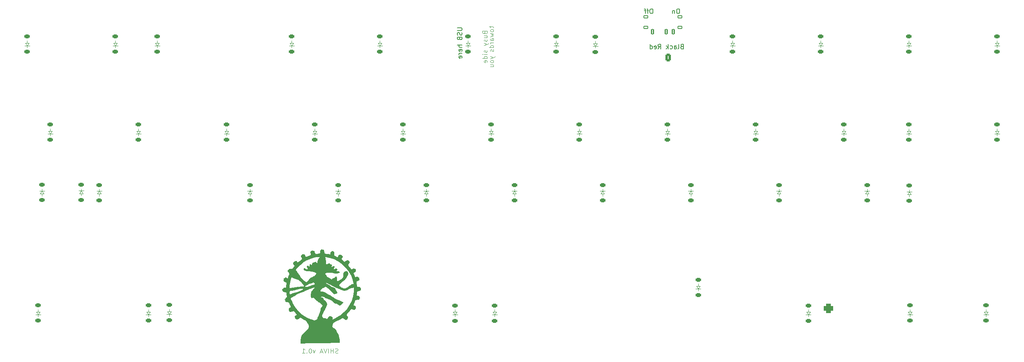
<source format=gbo>
G04 #@! TF.GenerationSoftware,KiCad,Pcbnew,7.0.11-7.0.11~ubuntu22.04.1*
G04 #@! TF.CreationDate,2024-05-14T18:32:02+02:00*
G04 #@! TF.ProjectId,alpha4,616c7068-6134-42e6-9b69-6361645f7063,rev?*
G04 #@! TF.SameCoordinates,Original*
G04 #@! TF.FileFunction,Legend,Bot*
G04 #@! TF.FilePolarity,Positive*
%FSLAX46Y46*%
G04 Gerber Fmt 4.6, Leading zero omitted, Abs format (unit mm)*
G04 Created by KiCad (PCBNEW 7.0.11-7.0.11~ubuntu22.04.1) date 2024-05-14 18:32:02*
%MOMM*%
%LPD*%
G01*
G04 APERTURE LIST*
G04 Aperture macros list*
%AMRoundRect*
0 Rectangle with rounded corners*
0 $1 Rounding radius*
0 $2 $3 $4 $5 $6 $7 $8 $9 X,Y pos of 4 corners*
0 Add a 4 corners polygon primitive as box body*
4,1,4,$2,$3,$4,$5,$6,$7,$8,$9,$2,$3,0*
0 Add four circle primitives for the rounded corners*
1,1,$1+$1,$2,$3*
1,1,$1+$1,$4,$5*
1,1,$1+$1,$6,$7*
1,1,$1+$1,$8,$9*
0 Add four rect primitives between the rounded corners*
20,1,$1+$1,$2,$3,$4,$5,0*
20,1,$1+$1,$4,$5,$6,$7,0*
20,1,$1+$1,$6,$7,$8,$9,0*
20,1,$1+$1,$8,$9,$2,$3,0*%
G04 Aperture macros list end*
%ADD10C,0.150000*%
%ADD11C,0.100000*%
%ADD12C,5.000000*%
%ADD13C,2.500000*%
%ADD14C,2.000000*%
%ADD15RoundRect,0.500000X-0.500000X-0.500000X0.500000X-0.500000X0.500000X0.500000X-0.500000X0.500000X0*%
%ADD16R,1.800000X1.800000*%
%ADD17C,1.800000*%
%ADD18RoundRect,0.225000X0.375000X-0.225000X0.375000X0.225000X-0.375000X0.225000X-0.375000X-0.225000X0*%
%ADD19RoundRect,0.225000X-0.375000X0.225000X-0.375000X-0.225000X0.375000X-0.225000X0.375000X0.225000X0*%
%ADD20O,1.200000X1.750000*%
%ADD21RoundRect,0.250000X0.350000X0.625000X-0.350000X0.625000X-0.350000X-0.625000X0.350000X-0.625000X0*%
%ADD22C,0.850000*%
%ADD23RoundRect,0.090000X-0.210000X-0.535000X0.210000X-0.535000X0.210000X0.535000X-0.210000X0.535000X0*%
%ADD24RoundRect,0.105000X-0.445000X0.245000X-0.445000X-0.245000X0.445000X-0.245000X0.445000X0.245000X0*%
G04 APERTURE END LIST*
D10*
X181039887Y-35026009D02*
X180897030Y-35073628D01*
X180897030Y-35073628D02*
X180849411Y-35121247D01*
X180849411Y-35121247D02*
X180801792Y-35216485D01*
X180801792Y-35216485D02*
X180801792Y-35359342D01*
X180801792Y-35359342D02*
X180849411Y-35454580D01*
X180849411Y-35454580D02*
X180897030Y-35502200D01*
X180897030Y-35502200D02*
X180992268Y-35549819D01*
X180992268Y-35549819D02*
X181373220Y-35549819D01*
X181373220Y-35549819D02*
X181373220Y-34549819D01*
X181373220Y-34549819D02*
X181039887Y-34549819D01*
X181039887Y-34549819D02*
X180944649Y-34597438D01*
X180944649Y-34597438D02*
X180897030Y-34645057D01*
X180897030Y-34645057D02*
X180849411Y-34740295D01*
X180849411Y-34740295D02*
X180849411Y-34835533D01*
X180849411Y-34835533D02*
X180897030Y-34930771D01*
X180897030Y-34930771D02*
X180944649Y-34978390D01*
X180944649Y-34978390D02*
X181039887Y-35026009D01*
X181039887Y-35026009D02*
X181373220Y-35026009D01*
X180230363Y-35549819D02*
X180325601Y-35502200D01*
X180325601Y-35502200D02*
X180373220Y-35406961D01*
X180373220Y-35406961D02*
X180373220Y-34549819D01*
X179420839Y-35549819D02*
X179420839Y-35026009D01*
X179420839Y-35026009D02*
X179468458Y-34930771D01*
X179468458Y-34930771D02*
X179563696Y-34883152D01*
X179563696Y-34883152D02*
X179754172Y-34883152D01*
X179754172Y-34883152D02*
X179849410Y-34930771D01*
X179420839Y-35502200D02*
X179516077Y-35549819D01*
X179516077Y-35549819D02*
X179754172Y-35549819D01*
X179754172Y-35549819D02*
X179849410Y-35502200D01*
X179849410Y-35502200D02*
X179897029Y-35406961D01*
X179897029Y-35406961D02*
X179897029Y-35311723D01*
X179897029Y-35311723D02*
X179849410Y-35216485D01*
X179849410Y-35216485D02*
X179754172Y-35168866D01*
X179754172Y-35168866D02*
X179516077Y-35168866D01*
X179516077Y-35168866D02*
X179420839Y-35121247D01*
X178516077Y-35502200D02*
X178611315Y-35549819D01*
X178611315Y-35549819D02*
X178801791Y-35549819D01*
X178801791Y-35549819D02*
X178897029Y-35502200D01*
X178897029Y-35502200D02*
X178944648Y-35454580D01*
X178944648Y-35454580D02*
X178992267Y-35359342D01*
X178992267Y-35359342D02*
X178992267Y-35073628D01*
X178992267Y-35073628D02*
X178944648Y-34978390D01*
X178944648Y-34978390D02*
X178897029Y-34930771D01*
X178897029Y-34930771D02*
X178801791Y-34883152D01*
X178801791Y-34883152D02*
X178611315Y-34883152D01*
X178611315Y-34883152D02*
X178516077Y-34930771D01*
X178087505Y-35549819D02*
X178087505Y-34549819D01*
X177992267Y-35168866D02*
X177706553Y-35549819D01*
X177706553Y-34883152D02*
X178087505Y-35264104D01*
D11*
X106733734Y-101344800D02*
X106590877Y-101392419D01*
X106590877Y-101392419D02*
X106352782Y-101392419D01*
X106352782Y-101392419D02*
X106257544Y-101344800D01*
X106257544Y-101344800D02*
X106209925Y-101297180D01*
X106209925Y-101297180D02*
X106162306Y-101201942D01*
X106162306Y-101201942D02*
X106162306Y-101106704D01*
X106162306Y-101106704D02*
X106209925Y-101011466D01*
X106209925Y-101011466D02*
X106257544Y-100963847D01*
X106257544Y-100963847D02*
X106352782Y-100916228D01*
X106352782Y-100916228D02*
X106543258Y-100868609D01*
X106543258Y-100868609D02*
X106638496Y-100820990D01*
X106638496Y-100820990D02*
X106686115Y-100773371D01*
X106686115Y-100773371D02*
X106733734Y-100678133D01*
X106733734Y-100678133D02*
X106733734Y-100582895D01*
X106733734Y-100582895D02*
X106686115Y-100487657D01*
X106686115Y-100487657D02*
X106638496Y-100440038D01*
X106638496Y-100440038D02*
X106543258Y-100392419D01*
X106543258Y-100392419D02*
X106305163Y-100392419D01*
X106305163Y-100392419D02*
X106162306Y-100440038D01*
X105733734Y-101392419D02*
X105733734Y-100392419D01*
X105733734Y-100868609D02*
X105162306Y-100868609D01*
X105162306Y-101392419D02*
X105162306Y-100392419D01*
X104686115Y-101392419D02*
X104686115Y-100392419D01*
X104352782Y-100392419D02*
X104019449Y-101392419D01*
X104019449Y-101392419D02*
X103686116Y-100392419D01*
X103400401Y-101106704D02*
X102924211Y-101106704D01*
X103495639Y-101392419D02*
X103162306Y-100392419D01*
X103162306Y-100392419D02*
X102828973Y-101392419D01*
X101828972Y-100725752D02*
X101590877Y-101392419D01*
X101590877Y-101392419D02*
X101352782Y-100725752D01*
X100781353Y-100392419D02*
X100686115Y-100392419D01*
X100686115Y-100392419D02*
X100590877Y-100440038D01*
X100590877Y-100440038D02*
X100543258Y-100487657D01*
X100543258Y-100487657D02*
X100495639Y-100582895D01*
X100495639Y-100582895D02*
X100448020Y-100773371D01*
X100448020Y-100773371D02*
X100448020Y-101011466D01*
X100448020Y-101011466D02*
X100495639Y-101201942D01*
X100495639Y-101201942D02*
X100543258Y-101297180D01*
X100543258Y-101297180D02*
X100590877Y-101344800D01*
X100590877Y-101344800D02*
X100686115Y-101392419D01*
X100686115Y-101392419D02*
X100781353Y-101392419D01*
X100781353Y-101392419D02*
X100876591Y-101344800D01*
X100876591Y-101344800D02*
X100924210Y-101297180D01*
X100924210Y-101297180D02*
X100971829Y-101201942D01*
X100971829Y-101201942D02*
X101019448Y-101011466D01*
X101019448Y-101011466D02*
X101019448Y-100773371D01*
X101019448Y-100773371D02*
X100971829Y-100582895D01*
X100971829Y-100582895D02*
X100924210Y-100487657D01*
X100924210Y-100487657D02*
X100876591Y-100440038D01*
X100876591Y-100440038D02*
X100781353Y-100392419D01*
X100019448Y-101297180D02*
X99971829Y-101344800D01*
X99971829Y-101344800D02*
X100019448Y-101392419D01*
X100019448Y-101392419D02*
X100067067Y-101344800D01*
X100067067Y-101344800D02*
X100019448Y-101297180D01*
X100019448Y-101297180D02*
X100019448Y-101392419D01*
X99019449Y-101392419D02*
X99590877Y-101392419D01*
X99305163Y-101392419D02*
X99305163Y-100392419D01*
X99305163Y-100392419D02*
X99400401Y-100535276D01*
X99400401Y-100535276D02*
X99495639Y-100630514D01*
X99495639Y-100630514D02*
X99590877Y-100678133D01*
D10*
X175911792Y-35559819D02*
X176245125Y-35083628D01*
X176483220Y-35559819D02*
X176483220Y-34559819D01*
X176483220Y-34559819D02*
X176102268Y-34559819D01*
X176102268Y-34559819D02*
X176007030Y-34607438D01*
X176007030Y-34607438D02*
X175959411Y-34655057D01*
X175959411Y-34655057D02*
X175911792Y-34750295D01*
X175911792Y-34750295D02*
X175911792Y-34893152D01*
X175911792Y-34893152D02*
X175959411Y-34988390D01*
X175959411Y-34988390D02*
X176007030Y-35036009D01*
X176007030Y-35036009D02*
X176102268Y-35083628D01*
X176102268Y-35083628D02*
X176483220Y-35083628D01*
X175102268Y-35512200D02*
X175197506Y-35559819D01*
X175197506Y-35559819D02*
X175387982Y-35559819D01*
X175387982Y-35559819D02*
X175483220Y-35512200D01*
X175483220Y-35512200D02*
X175530839Y-35416961D01*
X175530839Y-35416961D02*
X175530839Y-35036009D01*
X175530839Y-35036009D02*
X175483220Y-34940771D01*
X175483220Y-34940771D02*
X175387982Y-34893152D01*
X175387982Y-34893152D02*
X175197506Y-34893152D01*
X175197506Y-34893152D02*
X175102268Y-34940771D01*
X175102268Y-34940771D02*
X175054649Y-35036009D01*
X175054649Y-35036009D02*
X175054649Y-35131247D01*
X175054649Y-35131247D02*
X175530839Y-35226485D01*
X174197506Y-35559819D02*
X174197506Y-34559819D01*
X174197506Y-35512200D02*
X174292744Y-35559819D01*
X174292744Y-35559819D02*
X174483220Y-35559819D01*
X174483220Y-35559819D02*
X174578458Y-35512200D01*
X174578458Y-35512200D02*
X174626077Y-35464580D01*
X174626077Y-35464580D02*
X174673696Y-35369342D01*
X174673696Y-35369342D02*
X174673696Y-35083628D01*
X174673696Y-35083628D02*
X174626077Y-34988390D01*
X174626077Y-34988390D02*
X174578458Y-34940771D01*
X174578458Y-34940771D02*
X174483220Y-34893152D01*
X174483220Y-34893152D02*
X174292744Y-34893152D01*
X174292744Y-34893152D02*
X174197506Y-34940771D01*
X132549819Y-31008095D02*
X133359342Y-31008095D01*
X133359342Y-31008095D02*
X133454580Y-31055714D01*
X133454580Y-31055714D02*
X133502200Y-31103333D01*
X133502200Y-31103333D02*
X133549819Y-31198571D01*
X133549819Y-31198571D02*
X133549819Y-31389047D01*
X133549819Y-31389047D02*
X133502200Y-31484285D01*
X133502200Y-31484285D02*
X133454580Y-31531904D01*
X133454580Y-31531904D02*
X133359342Y-31579523D01*
X133359342Y-31579523D02*
X132549819Y-31579523D01*
X133502200Y-32008095D02*
X133549819Y-32150952D01*
X133549819Y-32150952D02*
X133549819Y-32389047D01*
X133549819Y-32389047D02*
X133502200Y-32484285D01*
X133502200Y-32484285D02*
X133454580Y-32531904D01*
X133454580Y-32531904D02*
X133359342Y-32579523D01*
X133359342Y-32579523D02*
X133264104Y-32579523D01*
X133264104Y-32579523D02*
X133168866Y-32531904D01*
X133168866Y-32531904D02*
X133121247Y-32484285D01*
X133121247Y-32484285D02*
X133073628Y-32389047D01*
X133073628Y-32389047D02*
X133026009Y-32198571D01*
X133026009Y-32198571D02*
X132978390Y-32103333D01*
X132978390Y-32103333D02*
X132930771Y-32055714D01*
X132930771Y-32055714D02*
X132835533Y-32008095D01*
X132835533Y-32008095D02*
X132740295Y-32008095D01*
X132740295Y-32008095D02*
X132645057Y-32055714D01*
X132645057Y-32055714D02*
X132597438Y-32103333D01*
X132597438Y-32103333D02*
X132549819Y-32198571D01*
X132549819Y-32198571D02*
X132549819Y-32436666D01*
X132549819Y-32436666D02*
X132597438Y-32579523D01*
X133026009Y-33341428D02*
X133073628Y-33484285D01*
X133073628Y-33484285D02*
X133121247Y-33531904D01*
X133121247Y-33531904D02*
X133216485Y-33579523D01*
X133216485Y-33579523D02*
X133359342Y-33579523D01*
X133359342Y-33579523D02*
X133454580Y-33531904D01*
X133454580Y-33531904D02*
X133502200Y-33484285D01*
X133502200Y-33484285D02*
X133549819Y-33389047D01*
X133549819Y-33389047D02*
X133549819Y-33008095D01*
X133549819Y-33008095D02*
X132549819Y-33008095D01*
X132549819Y-33008095D02*
X132549819Y-33341428D01*
X132549819Y-33341428D02*
X132597438Y-33436666D01*
X132597438Y-33436666D02*
X132645057Y-33484285D01*
X132645057Y-33484285D02*
X132740295Y-33531904D01*
X132740295Y-33531904D02*
X132835533Y-33531904D01*
X132835533Y-33531904D02*
X132930771Y-33484285D01*
X132930771Y-33484285D02*
X132978390Y-33436666D01*
X132978390Y-33436666D02*
X133026009Y-33341428D01*
X133026009Y-33341428D02*
X133026009Y-33008095D01*
X133549819Y-34770000D02*
X132549819Y-34770000D01*
X133549819Y-35198571D02*
X133026009Y-35198571D01*
X133026009Y-35198571D02*
X132930771Y-35150952D01*
X132930771Y-35150952D02*
X132883152Y-35055714D01*
X132883152Y-35055714D02*
X132883152Y-34912857D01*
X132883152Y-34912857D02*
X132930771Y-34817619D01*
X132930771Y-34817619D02*
X132978390Y-34770000D01*
X133502200Y-36055714D02*
X133549819Y-35960476D01*
X133549819Y-35960476D02*
X133549819Y-35770000D01*
X133549819Y-35770000D02*
X133502200Y-35674762D01*
X133502200Y-35674762D02*
X133406961Y-35627143D01*
X133406961Y-35627143D02*
X133026009Y-35627143D01*
X133026009Y-35627143D02*
X132930771Y-35674762D01*
X132930771Y-35674762D02*
X132883152Y-35770000D01*
X132883152Y-35770000D02*
X132883152Y-35960476D01*
X132883152Y-35960476D02*
X132930771Y-36055714D01*
X132930771Y-36055714D02*
X133026009Y-36103333D01*
X133026009Y-36103333D02*
X133121247Y-36103333D01*
X133121247Y-36103333D02*
X133216485Y-35627143D01*
X133549819Y-36531905D02*
X132883152Y-36531905D01*
X133073628Y-36531905D02*
X132978390Y-36579524D01*
X132978390Y-36579524D02*
X132930771Y-36627143D01*
X132930771Y-36627143D02*
X132883152Y-36722381D01*
X132883152Y-36722381D02*
X132883152Y-36817619D01*
X133502200Y-37531905D02*
X133549819Y-37436667D01*
X133549819Y-37436667D02*
X133549819Y-37246191D01*
X133549819Y-37246191D02*
X133502200Y-37150953D01*
X133502200Y-37150953D02*
X133406961Y-37103334D01*
X133406961Y-37103334D02*
X133026009Y-37103334D01*
X133026009Y-37103334D02*
X132930771Y-37150953D01*
X132930771Y-37150953D02*
X132883152Y-37246191D01*
X132883152Y-37246191D02*
X132883152Y-37436667D01*
X132883152Y-37436667D02*
X132930771Y-37531905D01*
X132930771Y-37531905D02*
X133026009Y-37579524D01*
X133026009Y-37579524D02*
X133121247Y-37579524D01*
X133121247Y-37579524D02*
X133216485Y-37103334D01*
D11*
X139695752Y-30641027D02*
X139695752Y-31021979D01*
X139362419Y-30783884D02*
X140219561Y-30783884D01*
X140219561Y-30783884D02*
X140314800Y-30831503D01*
X140314800Y-30831503D02*
X140362419Y-30926741D01*
X140362419Y-30926741D02*
X140362419Y-31021979D01*
X140362419Y-31498170D02*
X140314800Y-31402932D01*
X140314800Y-31402932D02*
X140267180Y-31355313D01*
X140267180Y-31355313D02*
X140171942Y-31307694D01*
X140171942Y-31307694D02*
X139886228Y-31307694D01*
X139886228Y-31307694D02*
X139790990Y-31355313D01*
X139790990Y-31355313D02*
X139743371Y-31402932D01*
X139743371Y-31402932D02*
X139695752Y-31498170D01*
X139695752Y-31498170D02*
X139695752Y-31641027D01*
X139695752Y-31641027D02*
X139743371Y-31736265D01*
X139743371Y-31736265D02*
X139790990Y-31783884D01*
X139790990Y-31783884D02*
X139886228Y-31831503D01*
X139886228Y-31831503D02*
X140171942Y-31831503D01*
X140171942Y-31831503D02*
X140267180Y-31783884D01*
X140267180Y-31783884D02*
X140314800Y-31736265D01*
X140314800Y-31736265D02*
X140362419Y-31641027D01*
X140362419Y-31641027D02*
X140362419Y-31498170D01*
X139695752Y-32164837D02*
X140362419Y-32355313D01*
X140362419Y-32355313D02*
X139886228Y-32545789D01*
X139886228Y-32545789D02*
X140362419Y-32736265D01*
X140362419Y-32736265D02*
X139695752Y-32926741D01*
X140362419Y-33736265D02*
X139838609Y-33736265D01*
X139838609Y-33736265D02*
X139743371Y-33688646D01*
X139743371Y-33688646D02*
X139695752Y-33593408D01*
X139695752Y-33593408D02*
X139695752Y-33402932D01*
X139695752Y-33402932D02*
X139743371Y-33307694D01*
X140314800Y-33736265D02*
X140362419Y-33641027D01*
X140362419Y-33641027D02*
X140362419Y-33402932D01*
X140362419Y-33402932D02*
X140314800Y-33307694D01*
X140314800Y-33307694D02*
X140219561Y-33260075D01*
X140219561Y-33260075D02*
X140124323Y-33260075D01*
X140124323Y-33260075D02*
X140029085Y-33307694D01*
X140029085Y-33307694D02*
X139981466Y-33402932D01*
X139981466Y-33402932D02*
X139981466Y-33641027D01*
X139981466Y-33641027D02*
X139933847Y-33736265D01*
X140362419Y-34212456D02*
X139695752Y-34212456D01*
X139886228Y-34212456D02*
X139790990Y-34260075D01*
X139790990Y-34260075D02*
X139743371Y-34307694D01*
X139743371Y-34307694D02*
X139695752Y-34402932D01*
X139695752Y-34402932D02*
X139695752Y-34498170D01*
X140362419Y-35260075D02*
X139362419Y-35260075D01*
X140314800Y-35260075D02*
X140362419Y-35164837D01*
X140362419Y-35164837D02*
X140362419Y-34974361D01*
X140362419Y-34974361D02*
X140314800Y-34879123D01*
X140314800Y-34879123D02*
X140267180Y-34831504D01*
X140267180Y-34831504D02*
X140171942Y-34783885D01*
X140171942Y-34783885D02*
X139886228Y-34783885D01*
X139886228Y-34783885D02*
X139790990Y-34831504D01*
X139790990Y-34831504D02*
X139743371Y-34879123D01*
X139743371Y-34879123D02*
X139695752Y-34974361D01*
X139695752Y-34974361D02*
X139695752Y-35164837D01*
X139695752Y-35164837D02*
X139743371Y-35260075D01*
X140314800Y-35688647D02*
X140362419Y-35783885D01*
X140362419Y-35783885D02*
X140362419Y-35974361D01*
X140362419Y-35974361D02*
X140314800Y-36069599D01*
X140314800Y-36069599D02*
X140219561Y-36117218D01*
X140219561Y-36117218D02*
X140171942Y-36117218D01*
X140171942Y-36117218D02*
X140076704Y-36069599D01*
X140076704Y-36069599D02*
X140029085Y-35974361D01*
X140029085Y-35974361D02*
X140029085Y-35831504D01*
X140029085Y-35831504D02*
X139981466Y-35736266D01*
X139981466Y-35736266D02*
X139886228Y-35688647D01*
X139886228Y-35688647D02*
X139838609Y-35688647D01*
X139838609Y-35688647D02*
X139743371Y-35736266D01*
X139743371Y-35736266D02*
X139695752Y-35831504D01*
X139695752Y-35831504D02*
X139695752Y-35974361D01*
X139695752Y-35974361D02*
X139743371Y-36069599D01*
X139695752Y-37212457D02*
X140362419Y-37450552D01*
X139695752Y-37688647D02*
X140362419Y-37450552D01*
X140362419Y-37450552D02*
X140600514Y-37355314D01*
X140600514Y-37355314D02*
X140648133Y-37307695D01*
X140648133Y-37307695D02*
X140695752Y-37212457D01*
X140362419Y-38212457D02*
X140314800Y-38117219D01*
X140314800Y-38117219D02*
X140267180Y-38069600D01*
X140267180Y-38069600D02*
X140171942Y-38021981D01*
X140171942Y-38021981D02*
X139886228Y-38021981D01*
X139886228Y-38021981D02*
X139790990Y-38069600D01*
X139790990Y-38069600D02*
X139743371Y-38117219D01*
X139743371Y-38117219D02*
X139695752Y-38212457D01*
X139695752Y-38212457D02*
X139695752Y-38355314D01*
X139695752Y-38355314D02*
X139743371Y-38450552D01*
X139743371Y-38450552D02*
X139790990Y-38498171D01*
X139790990Y-38498171D02*
X139886228Y-38545790D01*
X139886228Y-38545790D02*
X140171942Y-38545790D01*
X140171942Y-38545790D02*
X140267180Y-38498171D01*
X140267180Y-38498171D02*
X140314800Y-38450552D01*
X140314800Y-38450552D02*
X140362419Y-38355314D01*
X140362419Y-38355314D02*
X140362419Y-38212457D01*
X139695752Y-39402933D02*
X140362419Y-39402933D01*
X139695752Y-38974362D02*
X140219561Y-38974362D01*
X140219561Y-38974362D02*
X140314800Y-39021981D01*
X140314800Y-39021981D02*
X140362419Y-39117219D01*
X140362419Y-39117219D02*
X140362419Y-39260076D01*
X140362419Y-39260076D02*
X140314800Y-39355314D01*
X140314800Y-39355314D02*
X140267180Y-39402933D01*
X138438609Y-32017217D02*
X138486228Y-32160074D01*
X138486228Y-32160074D02*
X138533847Y-32207693D01*
X138533847Y-32207693D02*
X138629085Y-32255312D01*
X138629085Y-32255312D02*
X138771942Y-32255312D01*
X138771942Y-32255312D02*
X138867180Y-32207693D01*
X138867180Y-32207693D02*
X138914800Y-32160074D01*
X138914800Y-32160074D02*
X138962419Y-32064836D01*
X138962419Y-32064836D02*
X138962419Y-31683884D01*
X138962419Y-31683884D02*
X137962419Y-31683884D01*
X137962419Y-31683884D02*
X137962419Y-32017217D01*
X137962419Y-32017217D02*
X138010038Y-32112455D01*
X138010038Y-32112455D02*
X138057657Y-32160074D01*
X138057657Y-32160074D02*
X138152895Y-32207693D01*
X138152895Y-32207693D02*
X138248133Y-32207693D01*
X138248133Y-32207693D02*
X138343371Y-32160074D01*
X138343371Y-32160074D02*
X138390990Y-32112455D01*
X138390990Y-32112455D02*
X138438609Y-32017217D01*
X138438609Y-32017217D02*
X138438609Y-31683884D01*
X138295752Y-33112455D02*
X138962419Y-33112455D01*
X138295752Y-32683884D02*
X138819561Y-32683884D01*
X138819561Y-32683884D02*
X138914800Y-32731503D01*
X138914800Y-32731503D02*
X138962419Y-32826741D01*
X138962419Y-32826741D02*
X138962419Y-32969598D01*
X138962419Y-32969598D02*
X138914800Y-33064836D01*
X138914800Y-33064836D02*
X138867180Y-33112455D01*
X138914800Y-33541027D02*
X138962419Y-33636265D01*
X138962419Y-33636265D02*
X138962419Y-33826741D01*
X138962419Y-33826741D02*
X138914800Y-33921979D01*
X138914800Y-33921979D02*
X138819561Y-33969598D01*
X138819561Y-33969598D02*
X138771942Y-33969598D01*
X138771942Y-33969598D02*
X138676704Y-33921979D01*
X138676704Y-33921979D02*
X138629085Y-33826741D01*
X138629085Y-33826741D02*
X138629085Y-33683884D01*
X138629085Y-33683884D02*
X138581466Y-33588646D01*
X138581466Y-33588646D02*
X138486228Y-33541027D01*
X138486228Y-33541027D02*
X138438609Y-33541027D01*
X138438609Y-33541027D02*
X138343371Y-33588646D01*
X138343371Y-33588646D02*
X138295752Y-33683884D01*
X138295752Y-33683884D02*
X138295752Y-33826741D01*
X138295752Y-33826741D02*
X138343371Y-33921979D01*
X138295752Y-34302932D02*
X138962419Y-34541027D01*
X138295752Y-34779122D02*
X138962419Y-34541027D01*
X138962419Y-34541027D02*
X139200514Y-34445789D01*
X139200514Y-34445789D02*
X139248133Y-34398170D01*
X139248133Y-34398170D02*
X139295752Y-34302932D01*
X138914800Y-35874361D02*
X138962419Y-35969599D01*
X138962419Y-35969599D02*
X138962419Y-36160075D01*
X138962419Y-36160075D02*
X138914800Y-36255313D01*
X138914800Y-36255313D02*
X138819561Y-36302932D01*
X138819561Y-36302932D02*
X138771942Y-36302932D01*
X138771942Y-36302932D02*
X138676704Y-36255313D01*
X138676704Y-36255313D02*
X138629085Y-36160075D01*
X138629085Y-36160075D02*
X138629085Y-36017218D01*
X138629085Y-36017218D02*
X138581466Y-35921980D01*
X138581466Y-35921980D02*
X138486228Y-35874361D01*
X138486228Y-35874361D02*
X138438609Y-35874361D01*
X138438609Y-35874361D02*
X138343371Y-35921980D01*
X138343371Y-35921980D02*
X138295752Y-36017218D01*
X138295752Y-36017218D02*
X138295752Y-36160075D01*
X138295752Y-36160075D02*
X138343371Y-36255313D01*
X138962419Y-36731504D02*
X138295752Y-36731504D01*
X137962419Y-36731504D02*
X138010038Y-36683885D01*
X138010038Y-36683885D02*
X138057657Y-36731504D01*
X138057657Y-36731504D02*
X138010038Y-36779123D01*
X138010038Y-36779123D02*
X137962419Y-36731504D01*
X137962419Y-36731504D02*
X138057657Y-36731504D01*
X138962419Y-37636265D02*
X137962419Y-37636265D01*
X138914800Y-37636265D02*
X138962419Y-37541027D01*
X138962419Y-37541027D02*
X138962419Y-37350551D01*
X138962419Y-37350551D02*
X138914800Y-37255313D01*
X138914800Y-37255313D02*
X138867180Y-37207694D01*
X138867180Y-37207694D02*
X138771942Y-37160075D01*
X138771942Y-37160075D02*
X138486228Y-37160075D01*
X138486228Y-37160075D02*
X138390990Y-37207694D01*
X138390990Y-37207694D02*
X138343371Y-37255313D01*
X138343371Y-37255313D02*
X138295752Y-37350551D01*
X138295752Y-37350551D02*
X138295752Y-37541027D01*
X138295752Y-37541027D02*
X138343371Y-37636265D01*
X138914800Y-38493408D02*
X138962419Y-38398170D01*
X138962419Y-38398170D02*
X138962419Y-38207694D01*
X138962419Y-38207694D02*
X138914800Y-38112456D01*
X138914800Y-38112456D02*
X138819561Y-38064837D01*
X138819561Y-38064837D02*
X138438609Y-38064837D01*
X138438609Y-38064837D02*
X138343371Y-38112456D01*
X138343371Y-38112456D02*
X138295752Y-38207694D01*
X138295752Y-38207694D02*
X138295752Y-38398170D01*
X138295752Y-38398170D02*
X138343371Y-38493408D01*
X138343371Y-38493408D02*
X138438609Y-38541027D01*
X138438609Y-38541027D02*
X138533847Y-38541027D01*
X138533847Y-38541027D02*
X138629085Y-38064837D01*
D10*
X180342744Y-26909819D02*
X180152268Y-26909819D01*
X180152268Y-26909819D02*
X180057030Y-26957438D01*
X180057030Y-26957438D02*
X179961792Y-27052676D01*
X179961792Y-27052676D02*
X179914173Y-27243152D01*
X179914173Y-27243152D02*
X179914173Y-27576485D01*
X179914173Y-27576485D02*
X179961792Y-27766961D01*
X179961792Y-27766961D02*
X180057030Y-27862200D01*
X180057030Y-27862200D02*
X180152268Y-27909819D01*
X180152268Y-27909819D02*
X180342744Y-27909819D01*
X180342744Y-27909819D02*
X180437982Y-27862200D01*
X180437982Y-27862200D02*
X180533220Y-27766961D01*
X180533220Y-27766961D02*
X180580839Y-27576485D01*
X180580839Y-27576485D02*
X180580839Y-27243152D01*
X180580839Y-27243152D02*
X180533220Y-27052676D01*
X180533220Y-27052676D02*
X180437982Y-26957438D01*
X180437982Y-26957438D02*
X180342744Y-26909819D01*
X179485601Y-27243152D02*
X179485601Y-27909819D01*
X179485601Y-27338390D02*
X179437982Y-27290771D01*
X179437982Y-27290771D02*
X179342744Y-27243152D01*
X179342744Y-27243152D02*
X179199887Y-27243152D01*
X179199887Y-27243152D02*
X179104649Y-27290771D01*
X179104649Y-27290771D02*
X179057030Y-27386009D01*
X179057030Y-27386009D02*
X179057030Y-27909819D01*
X174580838Y-26909819D02*
X174390362Y-26909819D01*
X174390362Y-26909819D02*
X174295124Y-26957438D01*
X174295124Y-26957438D02*
X174199886Y-27052676D01*
X174199886Y-27052676D02*
X174152267Y-27243152D01*
X174152267Y-27243152D02*
X174152267Y-27576485D01*
X174152267Y-27576485D02*
X174199886Y-27766961D01*
X174199886Y-27766961D02*
X174295124Y-27862200D01*
X174295124Y-27862200D02*
X174390362Y-27909819D01*
X174390362Y-27909819D02*
X174580838Y-27909819D01*
X174580838Y-27909819D02*
X174676076Y-27862200D01*
X174676076Y-27862200D02*
X174771314Y-27766961D01*
X174771314Y-27766961D02*
X174818933Y-27576485D01*
X174818933Y-27576485D02*
X174818933Y-27243152D01*
X174818933Y-27243152D02*
X174771314Y-27052676D01*
X174771314Y-27052676D02*
X174676076Y-26957438D01*
X174676076Y-26957438D02*
X174580838Y-26909819D01*
X173866552Y-27243152D02*
X173485600Y-27243152D01*
X173723695Y-27909819D02*
X173723695Y-27052676D01*
X173723695Y-27052676D02*
X173676076Y-26957438D01*
X173676076Y-26957438D02*
X173580838Y-26909819D01*
X173580838Y-26909819D02*
X173485600Y-26909819D01*
X173295123Y-27243152D02*
X172914171Y-27243152D01*
X173152266Y-27909819D02*
X173152266Y-27052676D01*
X173152266Y-27052676D02*
X173104647Y-26957438D01*
X173104647Y-26957438D02*
X173009409Y-26909819D01*
X173009409Y-26909819D02*
X172914171Y-26909819D01*
D11*
X63655000Y-54355000D02*
X63655000Y-53955000D01*
X63655000Y-53955000D02*
X63105000Y-53955000D01*
X63655000Y-53955000D02*
X64205000Y-53955000D01*
X63655000Y-53955000D02*
X64055000Y-53355000D01*
X63255000Y-53355000D02*
X63655000Y-53955000D01*
X63655000Y-53355000D02*
X63655000Y-52855000D01*
X64055000Y-53355000D02*
X63255000Y-53355000D01*
X139855000Y-54355000D02*
X139855000Y-53955000D01*
X139855000Y-53955000D02*
X139305000Y-53955000D01*
X139855000Y-53955000D02*
X140405000Y-53955000D01*
X139855000Y-53955000D02*
X140255000Y-53355000D01*
X139455000Y-53355000D02*
X139855000Y-53955000D01*
X139855000Y-53355000D02*
X139855000Y-52855000D01*
X140255000Y-53355000D02*
X139455000Y-53355000D01*
X249155000Y-35305000D02*
X249155000Y-34905000D01*
X249155000Y-34905000D02*
X248605000Y-34905000D01*
X249155000Y-34905000D02*
X249705000Y-34905000D01*
X249155000Y-34905000D02*
X249555000Y-34305000D01*
X248755000Y-34305000D02*
X249155000Y-34905000D01*
X249155000Y-34305000D02*
X249155000Y-33805000D01*
X249555000Y-34305000D02*
X248755000Y-34305000D01*
X163930000Y-65905000D02*
X163930000Y-66305000D01*
X163930000Y-66305000D02*
X164480000Y-66305000D01*
X163930000Y-66305000D02*
X163380000Y-66305000D01*
X163930000Y-66305000D02*
X163530000Y-66905000D01*
X164330000Y-66905000D02*
X163930000Y-66305000D01*
X163930000Y-66905000D02*
X163930000Y-67405000D01*
X163530000Y-66905000D02*
X164330000Y-66905000D01*
X101755000Y-54355000D02*
X101755000Y-53955000D01*
X101755000Y-53955000D02*
X101205000Y-53955000D01*
X101755000Y-53955000D02*
X102305000Y-53955000D01*
X101755000Y-53955000D02*
X102155000Y-53355000D01*
X101355000Y-53355000D02*
X101755000Y-53955000D01*
X101755000Y-53355000D02*
X101755000Y-52855000D01*
X102155000Y-53355000D02*
X101355000Y-53355000D01*
X44605000Y-54355000D02*
X44605000Y-53955000D01*
X44605000Y-53955000D02*
X44055000Y-53955000D01*
X44605000Y-53955000D02*
X45155000Y-53955000D01*
X44605000Y-53955000D02*
X45005000Y-53355000D01*
X44205000Y-53355000D02*
X44605000Y-53955000D01*
X44605000Y-53355000D02*
X44605000Y-52855000D01*
X45005000Y-53355000D02*
X44205000Y-53355000D01*
X208400000Y-93500000D02*
X208400000Y-93100000D01*
X208400000Y-93100000D02*
X207850000Y-93100000D01*
X208400000Y-93100000D02*
X208950000Y-93100000D01*
X208400000Y-93100000D02*
X208800000Y-92500000D01*
X208000000Y-92500000D02*
X208400000Y-93100000D01*
X208400000Y-92500000D02*
X208400000Y-92000000D01*
X208800000Y-92500000D02*
X208000000Y-92500000D01*
X184570000Y-87890000D02*
X184570000Y-87490000D01*
X184570000Y-87490000D02*
X184020000Y-87490000D01*
X184570000Y-87490000D02*
X185120000Y-87490000D01*
X184570000Y-87490000D02*
X184970000Y-86890000D01*
X184170000Y-86890000D02*
X184570000Y-87490000D01*
X184570000Y-86890000D02*
X184570000Y-86390000D01*
X184970000Y-86890000D02*
X184170000Y-86890000D01*
X58655000Y-35305000D02*
X58655000Y-34905000D01*
X58655000Y-34905000D02*
X58105000Y-34905000D01*
X58655000Y-34905000D02*
X59205000Y-34905000D01*
X58655000Y-34905000D02*
X59055000Y-34305000D01*
X58255000Y-34305000D02*
X58655000Y-34905000D01*
X58655000Y-34305000D02*
X58655000Y-33805000D01*
X59055000Y-34305000D02*
X58255000Y-34305000D01*
X120805000Y-54355000D02*
X120805000Y-53955000D01*
X120805000Y-53955000D02*
X120255000Y-53955000D01*
X120805000Y-53955000D02*
X121355000Y-53955000D01*
X120805000Y-53955000D02*
X121205000Y-53355000D01*
X120405000Y-53355000D02*
X120805000Y-53955000D01*
X120805000Y-53355000D02*
X120805000Y-52855000D01*
X121205000Y-53355000D02*
X120405000Y-53355000D01*
X230105000Y-54355000D02*
X230105000Y-53955000D01*
X230105000Y-53955000D02*
X229555000Y-53955000D01*
X230105000Y-53955000D02*
X230655000Y-53955000D01*
X230105000Y-53955000D02*
X230505000Y-53355000D01*
X229705000Y-53355000D02*
X230105000Y-53955000D01*
X230105000Y-53355000D02*
X230105000Y-52855000D01*
X230505000Y-53355000D02*
X229705000Y-53355000D01*
X221080000Y-65905000D02*
X221080000Y-66305000D01*
X221080000Y-66305000D02*
X221630000Y-66305000D01*
X221080000Y-66305000D02*
X220530000Y-66305000D01*
X221080000Y-66305000D02*
X220680000Y-66905000D01*
X221480000Y-66905000D02*
X221080000Y-66305000D01*
X221080000Y-66905000D02*
X221080000Y-67405000D01*
X220680000Y-66905000D02*
X221480000Y-66905000D01*
X230342500Y-93455000D02*
X230342500Y-93055000D01*
X230342500Y-93055000D02*
X229792500Y-93055000D01*
X230342500Y-93055000D02*
X230892500Y-93055000D01*
X230342500Y-93055000D02*
X230742500Y-92455000D01*
X229942500Y-92455000D02*
X230342500Y-93055000D01*
X230342500Y-92455000D02*
X230342500Y-91955000D01*
X230742500Y-92455000D02*
X229942500Y-92455000D01*
X230105000Y-35305000D02*
X230105000Y-34905000D01*
X230105000Y-34905000D02*
X229555000Y-34905000D01*
X230105000Y-34905000D02*
X230655000Y-34905000D01*
X230105000Y-34905000D02*
X230505000Y-34305000D01*
X229705000Y-34305000D02*
X230105000Y-34905000D01*
X230105000Y-34305000D02*
X230105000Y-33805000D01*
X230505000Y-34305000D02*
X229705000Y-34305000D01*
X87730000Y-65905000D02*
X87730000Y-66305000D01*
X87730000Y-66305000D02*
X88280000Y-66305000D01*
X87730000Y-66305000D02*
X87180000Y-66305000D01*
X87730000Y-66305000D02*
X87330000Y-66905000D01*
X88130000Y-66905000D02*
X87730000Y-66305000D01*
X87730000Y-66905000D02*
X87730000Y-67405000D01*
X87330000Y-66905000D02*
X88130000Y-66905000D01*
X70310000Y-93370000D02*
X70310000Y-92970000D01*
X70310000Y-92970000D02*
X69760000Y-92970000D01*
X70310000Y-92970000D02*
X70860000Y-92970000D01*
X70310000Y-92970000D02*
X70710000Y-92370000D01*
X69910000Y-92370000D02*
X70310000Y-92970000D01*
X70310000Y-92370000D02*
X70310000Y-91870000D01*
X70710000Y-92370000D02*
X69910000Y-92370000D01*
X177955000Y-54355000D02*
X177955000Y-53955000D01*
X177955000Y-53955000D02*
X177405000Y-53955000D01*
X177955000Y-53955000D02*
X178505000Y-53955000D01*
X177955000Y-53955000D02*
X178355000Y-53355000D01*
X177555000Y-53355000D02*
X177955000Y-53955000D01*
X177955000Y-53355000D02*
X177955000Y-52855000D01*
X178355000Y-53355000D02*
X177555000Y-53355000D01*
X158905000Y-54355000D02*
X158905000Y-53955000D01*
X158905000Y-53955000D02*
X158355000Y-53955000D01*
X158905000Y-53955000D02*
X159455000Y-53955000D01*
X158905000Y-53955000D02*
X159305000Y-53355000D01*
X158505000Y-53355000D02*
X158905000Y-53955000D01*
X158905000Y-53355000D02*
X158905000Y-52855000D01*
X159305000Y-53355000D02*
X158505000Y-53355000D01*
X115805000Y-35305000D02*
X115805000Y-34905000D01*
X115805000Y-34905000D02*
X115255000Y-34905000D01*
X115805000Y-34905000D02*
X116355000Y-34905000D01*
X115805000Y-34905000D02*
X116205000Y-34305000D01*
X115405000Y-34305000D02*
X115805000Y-34905000D01*
X115805000Y-34305000D02*
X115805000Y-33805000D01*
X116205000Y-34305000D02*
X115405000Y-34305000D01*
X96755000Y-35305000D02*
X96755000Y-34905000D01*
X96755000Y-34905000D02*
X96205000Y-34905000D01*
X96755000Y-34905000D02*
X97305000Y-34905000D01*
X96755000Y-34905000D02*
X97155000Y-34305000D01*
X96355000Y-34305000D02*
X96755000Y-34905000D01*
X96755000Y-34305000D02*
X96755000Y-33805000D01*
X97155000Y-34305000D02*
X96355000Y-34305000D01*
X67705000Y-35305000D02*
X67705000Y-34905000D01*
X67705000Y-34905000D02*
X67155000Y-34905000D01*
X67705000Y-34905000D02*
X68255000Y-34905000D01*
X67705000Y-34905000D02*
X68105000Y-34305000D01*
X67305000Y-34305000D02*
X67705000Y-34905000D01*
X67705000Y-34305000D02*
X67705000Y-33805000D01*
X68105000Y-34305000D02*
X67305000Y-34305000D01*
X55170000Y-65902500D02*
X55170000Y-66302500D01*
X55170000Y-66302500D02*
X55720000Y-66302500D01*
X55170000Y-66302500D02*
X54620000Y-66302500D01*
X55170000Y-66302500D02*
X54770000Y-66902500D01*
X55570000Y-66902500D02*
X55170000Y-66302500D01*
X55170000Y-66902500D02*
X55170000Y-67402500D01*
X54770000Y-66902500D02*
X55570000Y-66902500D01*
X82705000Y-54355000D02*
X82705000Y-53955000D01*
X82705000Y-53955000D02*
X82155000Y-53955000D01*
X82705000Y-53955000D02*
X83255000Y-53955000D01*
X82705000Y-53955000D02*
X83105000Y-53355000D01*
X82305000Y-53355000D02*
X82705000Y-53955000D01*
X82705000Y-53355000D02*
X82705000Y-52855000D01*
X83105000Y-53355000D02*
X82305000Y-53355000D01*
X134855000Y-35305000D02*
X134855000Y-34905000D01*
X134855000Y-34905000D02*
X134305000Y-34905000D01*
X134855000Y-34905000D02*
X135405000Y-34905000D01*
X134855000Y-34905000D02*
X135255000Y-34305000D01*
X134455000Y-34305000D02*
X134855000Y-34905000D01*
X134855000Y-34305000D02*
X134855000Y-33805000D01*
X135255000Y-34305000D02*
X134455000Y-34305000D01*
X153905000Y-35305000D02*
X153905000Y-34905000D01*
X153905000Y-34905000D02*
X153355000Y-34905000D01*
X153905000Y-34905000D02*
X154455000Y-34905000D01*
X153905000Y-34905000D02*
X154305000Y-34305000D01*
X153505000Y-34305000D02*
X153905000Y-34905000D01*
X153905000Y-34305000D02*
X153905000Y-33805000D01*
X154305000Y-34305000D02*
X153505000Y-34305000D01*
X182980000Y-65905000D02*
X182980000Y-66305000D01*
X182980000Y-66305000D02*
X183530000Y-66305000D01*
X182980000Y-66305000D02*
X182430000Y-66305000D01*
X182980000Y-66305000D02*
X182580000Y-66905000D01*
X183380000Y-66905000D02*
X182980000Y-66305000D01*
X182980000Y-66905000D02*
X182980000Y-67405000D01*
X182580000Y-66905000D02*
X183380000Y-66905000D01*
X125830000Y-65905000D02*
X125830000Y-66305000D01*
X125830000Y-66305000D02*
X126380000Y-66305000D01*
X125830000Y-66305000D02*
X125280000Y-66305000D01*
X125830000Y-66305000D02*
X125430000Y-66905000D01*
X126230000Y-66905000D02*
X125830000Y-66305000D01*
X125830000Y-66905000D02*
X125830000Y-67405000D01*
X125430000Y-66905000D02*
X126230000Y-66905000D01*
X192005000Y-35305000D02*
X192005000Y-34905000D01*
X192005000Y-34905000D02*
X191455000Y-34905000D01*
X192005000Y-34905000D02*
X192555000Y-34905000D01*
X192005000Y-34905000D02*
X192405000Y-34305000D01*
X191605000Y-34305000D02*
X192005000Y-34905000D01*
X192005000Y-34305000D02*
X192005000Y-33805000D01*
X192405000Y-34305000D02*
X191605000Y-34305000D01*
X51290000Y-65860000D02*
X51290000Y-66260000D01*
X51290000Y-66260000D02*
X51840000Y-66260000D01*
X51290000Y-66260000D02*
X50740000Y-66260000D01*
X51290000Y-66260000D02*
X50890000Y-66860000D01*
X51690000Y-66860000D02*
X51290000Y-66260000D01*
X51290000Y-66860000D02*
X51290000Y-67360000D01*
X50890000Y-66860000D02*
X51690000Y-66860000D01*
X249155000Y-54355000D02*
X249155000Y-53955000D01*
X249155000Y-53955000D02*
X248605000Y-53955000D01*
X249155000Y-53955000D02*
X249705000Y-53955000D01*
X249155000Y-53955000D02*
X249555000Y-53355000D01*
X248755000Y-53355000D02*
X249155000Y-53955000D01*
X249155000Y-53355000D02*
X249155000Y-52855000D01*
X249555000Y-53355000D02*
X248755000Y-53355000D01*
X202030000Y-65905000D02*
X202030000Y-66305000D01*
X202030000Y-66305000D02*
X202580000Y-66305000D01*
X202030000Y-66305000D02*
X201480000Y-66305000D01*
X202030000Y-66305000D02*
X201630000Y-66905000D01*
X202430000Y-66905000D02*
X202030000Y-66305000D01*
X202030000Y-66905000D02*
X202030000Y-67405000D01*
X201630000Y-66905000D02*
X202430000Y-66905000D01*
X39605000Y-35305000D02*
X39605000Y-34905000D01*
X39605000Y-34905000D02*
X39055000Y-34905000D01*
X39605000Y-34905000D02*
X40155000Y-34905000D01*
X39605000Y-34905000D02*
X40005000Y-34305000D01*
X39205000Y-34305000D02*
X39605000Y-34905000D01*
X39605000Y-34305000D02*
X39605000Y-33805000D01*
X40005000Y-34305000D02*
X39205000Y-34305000D01*
X132050000Y-93490000D02*
X132050000Y-93090000D01*
X132050000Y-93090000D02*
X131500000Y-93090000D01*
X132050000Y-93090000D02*
X132600000Y-93090000D01*
X132050000Y-93090000D02*
X132450000Y-92490000D01*
X131650000Y-92490000D02*
X132050000Y-93090000D01*
X132050000Y-92490000D02*
X132050000Y-91990000D01*
X132450000Y-92490000D02*
X131650000Y-92490000D01*
X106780000Y-65905000D02*
X106780000Y-66305000D01*
X106780000Y-66305000D02*
X107330000Y-66305000D01*
X106780000Y-66305000D02*
X106230000Y-66305000D01*
X106780000Y-66305000D02*
X106380000Y-66905000D01*
X107180000Y-66905000D02*
X106780000Y-66305000D01*
X106780000Y-66905000D02*
X106780000Y-67405000D01*
X106380000Y-66905000D02*
X107180000Y-66905000D01*
X216055000Y-54355000D02*
X216055000Y-53955000D01*
X216055000Y-53955000D02*
X215505000Y-53955000D01*
X216055000Y-53955000D02*
X216605000Y-53955000D01*
X216055000Y-53955000D02*
X216455000Y-53355000D01*
X215655000Y-53355000D02*
X216055000Y-53955000D01*
X216055000Y-53355000D02*
X216055000Y-52855000D01*
X216455000Y-53355000D02*
X215655000Y-53355000D01*
X246773750Y-93455000D02*
X246773750Y-93055000D01*
X246773750Y-93055000D02*
X246223750Y-93055000D01*
X246773750Y-93055000D02*
X247323750Y-93055000D01*
X246773750Y-93055000D02*
X247173750Y-92455000D01*
X246373750Y-92455000D02*
X246773750Y-93055000D01*
X246773750Y-92455000D02*
X246773750Y-91955000D01*
X247173750Y-92455000D02*
X246373750Y-92455000D01*
X197005000Y-54355000D02*
X197005000Y-53955000D01*
X197005000Y-53955000D02*
X196455000Y-53955000D01*
X197005000Y-53955000D02*
X197555000Y-53955000D01*
X197005000Y-53955000D02*
X197405000Y-53355000D01*
X196605000Y-53355000D02*
X197005000Y-53955000D01*
X197005000Y-53355000D02*
X197005000Y-52855000D01*
X197405000Y-53355000D02*
X196605000Y-53355000D01*
X144880000Y-65905000D02*
X144880000Y-66305000D01*
X144880000Y-66305000D02*
X145430000Y-66305000D01*
X144880000Y-66305000D02*
X144330000Y-66305000D01*
X144880000Y-66305000D02*
X144480000Y-66905000D01*
X145280000Y-66905000D02*
X144880000Y-66305000D01*
X144880000Y-66905000D02*
X144880000Y-67405000D01*
X144480000Y-66905000D02*
X145280000Y-66905000D01*
X211055000Y-35305000D02*
X211055000Y-34905000D01*
X211055000Y-34905000D02*
X210505000Y-34905000D01*
X211055000Y-34905000D02*
X211605000Y-34905000D01*
X211055000Y-34905000D02*
X211455000Y-34305000D01*
X210655000Y-34305000D02*
X211055000Y-34905000D01*
X211055000Y-34305000D02*
X211055000Y-33805000D01*
X211455000Y-34305000D02*
X210655000Y-34305000D01*
X162360000Y-35347500D02*
X162360000Y-34947500D01*
X162360000Y-34947500D02*
X161810000Y-34947500D01*
X162360000Y-34947500D02*
X162910000Y-34947500D01*
X162360000Y-34947500D02*
X162760000Y-34347500D01*
X161960000Y-34347500D02*
X162360000Y-34947500D01*
X162360000Y-34347500D02*
X162360000Y-33847500D01*
X162760000Y-34347500D02*
X161960000Y-34347500D01*
X140610000Y-93490000D02*
X140610000Y-93090000D01*
X140610000Y-93090000D02*
X140060000Y-93090000D01*
X140610000Y-93090000D02*
X141160000Y-93090000D01*
X140610000Y-93090000D02*
X141010000Y-92490000D01*
X140210000Y-92490000D02*
X140610000Y-93090000D01*
X140610000Y-92490000D02*
X140610000Y-91990000D01*
X141010000Y-92490000D02*
X140210000Y-92490000D01*
X230200000Y-66050000D02*
X230200000Y-66450000D01*
X230200000Y-66450000D02*
X230750000Y-66450000D01*
X230200000Y-66450000D02*
X229650000Y-66450000D01*
X230200000Y-66450000D02*
X229800000Y-67050000D01*
X230600000Y-67050000D02*
X230200000Y-66450000D01*
X230200000Y-67050000D02*
X230200000Y-67550000D01*
X229800000Y-67050000D02*
X230600000Y-67050000D01*
X65798750Y-93455000D02*
X65798750Y-93055000D01*
X65798750Y-93055000D02*
X65248750Y-93055000D01*
X65798750Y-93055000D02*
X66348750Y-93055000D01*
X65798750Y-93055000D02*
X66198750Y-92455000D01*
X65398750Y-92455000D02*
X65798750Y-93055000D01*
X65798750Y-92455000D02*
X65798750Y-91955000D01*
X66198750Y-92455000D02*
X65398750Y-92455000D01*
X41986250Y-93455000D02*
X41986250Y-93055000D01*
X41986250Y-93055000D02*
X41436250Y-93055000D01*
X41986250Y-93055000D02*
X42536250Y-93055000D01*
X41986250Y-93055000D02*
X42386250Y-92455000D01*
X41586250Y-92455000D02*
X41986250Y-93055000D01*
X41986250Y-92455000D02*
X41986250Y-91955000D01*
X42386250Y-92455000D02*
X41586250Y-92455000D01*
G36*
X106700209Y-80669919D02*
G01*
X106819913Y-80383426D01*
X106902510Y-80218237D01*
X107027797Y-80119091D01*
X107243809Y-80096933D01*
X107289521Y-80097932D01*
X107473444Y-80127389D01*
X107548000Y-80184966D01*
X107576404Y-80257514D01*
X107696166Y-80381880D01*
X107704016Y-80387668D01*
X107791951Y-80471252D01*
X107789335Y-80568028D01*
X107696166Y-80742943D01*
X107683919Y-80764044D01*
X107587527Y-80951872D01*
X107548000Y-81069778D01*
X107574843Y-81118770D01*
X107704010Y-81251351D01*
X107904039Y-81418071D01*
X108260079Y-81691712D01*
X108362773Y-81499689D01*
X108374030Y-81479700D01*
X108519923Y-81344181D01*
X108768733Y-81298686D01*
X108814099Y-81298291D01*
X108997605Y-81321056D01*
X109072000Y-81374019D01*
X109100641Y-81444962D01*
X109220166Y-81568343D01*
X109288997Y-81621616D01*
X109323254Y-81680969D01*
X109300482Y-81774229D01*
X109210475Y-81938390D01*
X109043030Y-82210444D01*
X109023923Y-82251400D01*
X109028873Y-82372952D01*
X109119344Y-82551399D01*
X109310088Y-82820431D01*
X109664345Y-83289642D01*
X109903143Y-83152591D01*
X110021181Y-83091511D01*
X110191788Y-83061384D01*
X110398810Y-83129241D01*
X110519598Y-83191361D01*
X110627161Y-83317418D01*
X110647006Y-83532256D01*
X110639634Y-83633395D01*
X110566494Y-83821742D01*
X110376162Y-83961618D01*
X110113991Y-84101667D01*
X110316674Y-84559088D01*
X110329572Y-84588003D01*
X110452310Y-84832504D01*
X110542701Y-84936338D01*
X110616945Y-84918921D01*
X110708565Y-84862372D01*
X110880084Y-84825028D01*
X111035979Y-84838932D01*
X111104000Y-84906000D01*
X111122005Y-84947845D01*
X111240875Y-84990666D01*
X111326216Y-85019527D01*
X111334529Y-85155940D01*
X111324517Y-85257139D01*
X111371833Y-85348055D01*
X111430767Y-85412553D01*
X111385070Y-85530042D01*
X111247780Y-85657553D01*
X111049116Y-85756808D01*
X110755207Y-85853807D01*
X110801117Y-86258220D01*
X110809539Y-86332404D01*
X110809711Y-86333922D01*
X110853399Y-86689867D01*
X110896364Y-86908025D01*
X110954643Y-87018999D01*
X111044273Y-87053393D01*
X111181291Y-87041809D01*
X111220746Y-87038219D01*
X111429365Y-87077865D01*
X111613768Y-87187720D01*
X111635662Y-87215335D01*
X111727232Y-87330834D01*
X111723034Y-87470255D01*
X111696081Y-87533880D01*
X111682456Y-87718338D01*
X111658422Y-87825308D01*
X111489843Y-87908838D01*
X111322074Y-87943793D01*
X111061666Y-87997946D01*
X110934205Y-88042697D01*
X110865889Y-88150742D01*
X110850000Y-88372022D01*
X110849493Y-88419614D01*
X110832410Y-88666012D01*
X110798608Y-88836075D01*
X110786358Y-88899464D01*
X110852261Y-88955287D01*
X111052608Y-88970000D01*
X111278970Y-88998333D01*
X111358000Y-89086633D01*
X111379207Y-89167659D01*
X111489007Y-89311993D01*
X111571296Y-89411734D01*
X111510914Y-89488147D01*
X111456691Y-89541717D01*
X111401073Y-89707288D01*
X111400893Y-89715758D01*
X111362544Y-89806433D01*
X111231073Y-89857387D01*
X110968485Y-89884152D01*
X110536636Y-89909305D01*
X110319182Y-90457384D01*
X110101729Y-91005464D01*
X110382730Y-91122874D01*
X110507674Y-91182396D01*
X110628633Y-91299493D01*
X110651032Y-91478003D01*
X110591991Y-91695309D01*
X110454217Y-91914670D01*
X110449475Y-91919789D01*
X110314247Y-92045594D01*
X110196394Y-92061919D01*
X110013921Y-91981142D01*
X109996215Y-91972079D01*
X109802717Y-91884619D01*
X109680260Y-91848667D01*
X109643092Y-91869609D01*
X109510603Y-91993940D01*
X109315451Y-92205206D01*
X109084997Y-92474634D01*
X108922490Y-92673386D01*
X108747159Y-92902786D01*
X108660805Y-93050208D01*
X108648978Y-93142998D01*
X108697230Y-93208504D01*
X108852645Y-93372100D01*
X108945140Y-93582603D01*
X108901253Y-93755370D01*
X108858213Y-93830143D01*
X108858041Y-93961624D01*
X108856332Y-94016537D01*
X108738330Y-94050000D01*
X108635126Y-94066541D01*
X108564000Y-94134667D01*
X108558536Y-94174047D01*
X108476553Y-94217075D01*
X108314278Y-94143584D01*
X108095065Y-93962165D01*
X107829735Y-93704998D01*
X107277012Y-94040788D01*
X106955298Y-94225213D01*
X106567747Y-94427641D01*
X106232605Y-94583923D01*
X106205159Y-94595520D01*
X105943697Y-94715247D01*
X105791863Y-94824788D01*
X105704737Y-94970563D01*
X105637395Y-95198992D01*
X105606047Y-95337985D01*
X105571547Y-95575923D01*
X105577188Y-95719603D01*
X105613807Y-95770692D01*
X105767836Y-95902516D01*
X105990283Y-96049193D01*
X106173985Y-96169583D01*
X106350063Y-96355332D01*
X106450497Y-96601748D01*
X106466428Y-96655860D01*
X106572149Y-96909078D01*
X106693933Y-97090600D01*
X106746511Y-97164631D01*
X106849815Y-97404183D01*
X106951594Y-97736578D01*
X107039538Y-98112906D01*
X107101332Y-98484256D01*
X107124666Y-98801719D01*
X107124264Y-98865760D01*
X107116999Y-99060453D01*
X107103500Y-99147565D01*
X107029527Y-99153437D01*
X106807018Y-99162533D01*
X106458402Y-99173797D01*
X106006187Y-99186557D01*
X105472884Y-99200141D01*
X104881000Y-99213878D01*
X104675953Y-99218314D01*
X103894489Y-99233755D01*
X103043292Y-99248694D01*
X102182116Y-99262179D01*
X101370712Y-99273258D01*
X100668833Y-99280979D01*
X98658000Y-99299333D01*
X98663221Y-98939500D01*
X98680589Y-98591214D01*
X98770071Y-98028390D01*
X98927745Y-97571778D01*
X99145796Y-97248758D01*
X99387017Y-97006280D01*
X99751426Y-96638963D01*
X100019814Y-96362471D01*
X100206647Y-96157081D01*
X100326391Y-96003071D01*
X100393512Y-95880718D01*
X100422476Y-95770300D01*
X100427749Y-95652093D01*
X100423798Y-95506376D01*
X100423498Y-95493723D01*
X100401442Y-95219061D01*
X100338465Y-95053411D01*
X100213329Y-94939575D01*
X100078157Y-94812648D01*
X100012580Y-94661881D01*
X99987808Y-94594231D01*
X99835360Y-94442685D01*
X99568080Y-94270904D01*
X99382557Y-94165020D01*
X99085247Y-93982814D01*
X98855968Y-93827792D01*
X98588270Y-93629442D01*
X98317848Y-93882054D01*
X98212274Y-93973299D01*
X98009450Y-94102842D01*
X97865843Y-94131711D01*
X97811333Y-94050000D01*
X97774980Y-93999030D01*
X97632125Y-93965333D01*
X97631535Y-93965333D01*
X97500258Y-93929284D01*
X97497199Y-93796000D01*
X97508292Y-93694093D01*
X97464740Y-93626667D01*
X97394295Y-93597992D01*
X97391734Y-93491896D01*
X97477712Y-93351615D01*
X97632489Y-93224473D01*
X97876979Y-93084155D01*
X97545109Y-92690577D01*
X97213239Y-92296999D01*
X96833300Y-92422080D01*
X96658689Y-92477267D01*
X96495808Y-92503858D01*
X96381280Y-92457214D01*
X96248862Y-92326502D01*
X96220354Y-92294354D01*
X96122513Y-92142588D01*
X96126959Y-92054796D01*
X96165105Y-91993571D01*
X96156598Y-91836897D01*
X96143343Y-91777184D01*
X96186733Y-91664373D01*
X96365591Y-91571169D01*
X96390053Y-91561694D01*
X96549678Y-91483773D01*
X96600132Y-91427647D01*
X96599794Y-91427087D01*
X96551332Y-91330384D01*
X96452884Y-91124738D01*
X96325368Y-90853833D01*
X96320971Y-90844432D01*
X96182841Y-90565823D01*
X96075374Y-90408908D01*
X95966173Y-90339490D01*
X95822840Y-90323370D01*
X95702707Y-90315542D01*
X95498734Y-90265507D01*
X95376637Y-90187579D01*
X95379803Y-90103308D01*
X95385558Y-90025567D01*
X95300729Y-89887037D01*
X95226563Y-89779894D01*
X95260306Y-89732000D01*
X95347711Y-89677548D01*
X95368046Y-89643156D01*
X96583590Y-89643156D01*
X96643428Y-89838045D01*
X96770438Y-90130845D01*
X96969176Y-90548188D01*
X97006002Y-90623232D01*
X97555515Y-91542790D01*
X98231491Y-92359826D01*
X99019373Y-93061228D01*
X99904603Y-93633881D01*
X100872626Y-94064671D01*
X100983661Y-94103351D01*
X101290908Y-94203718D01*
X101527215Y-94271243D01*
X101648637Y-94292994D01*
X101832402Y-94243556D01*
X102052885Y-94131408D01*
X102227583Y-93995792D01*
X102298666Y-93873984D01*
X102321698Y-93767359D01*
X102407483Y-93542986D01*
X102534939Y-93275431D01*
X102760381Y-92811330D01*
X102931959Y-92383789D01*
X103024912Y-92048369D01*
X103031009Y-91829067D01*
X103038465Y-91664647D01*
X103191635Y-91456574D01*
X103197963Y-91450635D01*
X103340400Y-91270321D01*
X103399333Y-91104879D01*
X103340396Y-90975470D01*
X103185648Y-90794538D01*
X102983890Y-90610203D01*
X102784029Y-90466968D01*
X102634970Y-90409333D01*
X102604338Y-90398653D01*
X102462181Y-90300233D01*
X102247921Y-90120896D01*
X101994885Y-89887798D01*
X101795460Y-89698716D01*
X101596178Y-89525186D01*
X101459400Y-89440273D01*
X101352244Y-89425381D01*
X101241827Y-89461914D01*
X101212935Y-89474143D01*
X101032598Y-89487104D01*
X100919799Y-89355754D01*
X100872626Y-89075645D01*
X100889164Y-88642330D01*
X100926180Y-88336053D01*
X100989706Y-88118096D01*
X101111222Y-87930200D01*
X101171294Y-87865485D01*
X102976000Y-87865485D01*
X102980062Y-87967287D01*
X102997166Y-88039157D01*
X103057361Y-88042012D01*
X103381744Y-88089079D01*
X103737513Y-88177883D01*
X104057995Y-88289381D01*
X104276517Y-88404533D01*
X104343324Y-88453177D01*
X104618268Y-88630597D01*
X104906755Y-88792512D01*
X105021261Y-88854413D01*
X105339144Y-89049053D01*
X105633927Y-89255016D01*
X105811322Y-89376365D01*
X106153969Y-89571431D01*
X106497172Y-89730734D01*
X106728825Y-89826596D01*
X107133257Y-90005238D01*
X107501518Y-90179255D01*
X108005370Y-90428952D01*
X107756257Y-90609643D01*
X107747583Y-90615958D01*
X107532051Y-90784526D01*
X107358238Y-90938500D01*
X107285137Y-91005079D01*
X107138000Y-91074898D01*
X106971408Y-91033212D01*
X106736141Y-90875000D01*
X106679071Y-90833499D01*
X106472944Y-90712144D01*
X106321778Y-90663333D01*
X106307462Y-90663059D01*
X106045877Y-90589631D01*
X105790708Y-90422168D01*
X105623024Y-90212926D01*
X105587078Y-90151009D01*
X105455690Y-90031458D01*
X105223235Y-89914066D01*
X104857346Y-89780554D01*
X104795501Y-89759488D01*
X104439820Y-89622319D01*
X104121714Y-89475817D01*
X103903689Y-89348311D01*
X103768971Y-89267443D01*
X103533467Y-89178725D01*
X103303857Y-89137037D01*
X103129729Y-89149692D01*
X103060666Y-89224000D01*
X103076075Y-89263863D01*
X103190645Y-89308667D01*
X103326843Y-89332818D01*
X103523516Y-89438789D01*
X103663715Y-89588335D01*
X103694293Y-89736327D01*
X103691526Y-89847090D01*
X103819185Y-89942562D01*
X103990392Y-90041327D01*
X104198928Y-90271392D01*
X104354346Y-90559122D01*
X104415333Y-90842171D01*
X104415181Y-90854587D01*
X104361932Y-91104879D01*
X104353227Y-91145794D01*
X104203666Y-91443521D01*
X104149632Y-91526862D01*
X104036892Y-91733359D01*
X103992000Y-91870059D01*
X103986207Y-91904382D01*
X103911010Y-92069486D01*
X103776672Y-92276717D01*
X103705191Y-92386193D01*
X103551757Y-92689662D01*
X103433064Y-93009166D01*
X103360322Y-93355533D01*
X103385163Y-93608824D01*
X103522265Y-93751353D01*
X103777264Y-93796000D01*
X103788779Y-93796088D01*
X104018506Y-93830583D01*
X104177208Y-93908637D01*
X104310487Y-93987028D01*
X104470637Y-93930146D01*
X104630321Y-93704910D01*
X104700806Y-93598378D01*
X104920156Y-93433992D01*
X105178426Y-93383420D01*
X105424342Y-93450186D01*
X105606632Y-93637813D01*
X105652867Y-93772365D01*
X105594477Y-93930458D01*
X105538661Y-94005892D01*
X105528755Y-94073992D01*
X105635654Y-94063020D01*
X105869194Y-93970918D01*
X106239210Y-93795630D01*
X106283030Y-93773856D01*
X107201030Y-93226938D01*
X108015027Y-92565013D01*
X108714363Y-91803665D01*
X109288376Y-90958478D01*
X109726407Y-90045036D01*
X110017796Y-89078923D01*
X110151882Y-88075724D01*
X110195794Y-87215335D01*
X109824397Y-87272009D01*
X109730669Y-87291422D01*
X109397509Y-87414891D01*
X109080463Y-87599008D01*
X108817775Y-87766181D01*
X108568389Y-87848710D01*
X108248237Y-87869333D01*
X108060235Y-87860838D01*
X107793511Y-87818729D01*
X107488995Y-87733778D01*
X107124911Y-87597630D01*
X106679483Y-87401929D01*
X106130935Y-87138319D01*
X105457490Y-86798443D01*
X105166794Y-86651263D01*
X104786920Y-86464874D01*
X104479302Y-86321087D01*
X104269852Y-86231896D01*
X104184485Y-86209292D01*
X104189251Y-86234820D01*
X104295518Y-86333143D01*
X104466449Y-86454846D01*
X104501611Y-86479881D01*
X104774732Y-86655085D01*
X105082084Y-86838805D01*
X105390870Y-87011092D01*
X105668291Y-87151996D01*
X105881552Y-87241567D01*
X106094479Y-87323247D01*
X106227243Y-87414059D01*
X106238604Y-87511209D01*
X106232955Y-87558041D01*
X106296889Y-87741079D01*
X106458354Y-87980382D01*
X106581211Y-88136898D01*
X106663909Y-88272045D01*
X106657051Y-88355379D01*
X106571953Y-88431877D01*
X106450634Y-88496509D01*
X106226540Y-88546667D01*
X106104173Y-88568133D01*
X105994043Y-88652500D01*
X105986306Y-88666384D01*
X105901903Y-88659072D01*
X105757081Y-88504333D01*
X105535593Y-88239153D01*
X105122394Y-87833154D01*
X104579745Y-87383042D01*
X104504480Y-87324852D01*
X104232872Y-87130595D01*
X104054303Y-87042153D01*
X103943882Y-87051265D01*
X103876715Y-87149667D01*
X103791659Y-87232574D01*
X103609809Y-87276667D01*
X103452333Y-87311064D01*
X103225878Y-87452682D01*
X103048013Y-87655221D01*
X102976000Y-87865485D01*
X101171294Y-87865485D01*
X101323364Y-87701661D01*
X101507038Y-87507696D01*
X101650896Y-87339766D01*
X101706000Y-87252592D01*
X101648576Y-87194351D01*
X101468814Y-87208031D01*
X101190968Y-87297132D01*
X100839853Y-87455833D01*
X100781518Y-87484326D01*
X100738977Y-87505105D01*
X100374347Y-87668710D01*
X99947800Y-87845125D01*
X99532047Y-88003881D01*
X99439142Y-88037876D01*
X98644757Y-88359472D01*
X97932591Y-88703174D01*
X97345666Y-89048426D01*
X97255408Y-89106756D01*
X96988883Y-89264464D01*
X96768679Y-89376522D01*
X96761528Y-89379623D01*
X96647197Y-89440577D01*
X96586366Y-89519544D01*
X96583590Y-89643156D01*
X95368046Y-89643156D01*
X95440666Y-89520333D01*
X95522551Y-89379157D01*
X95631112Y-89308667D01*
X95660225Y-89302890D01*
X95698520Y-89234361D01*
X95697307Y-89063318D01*
X95658131Y-88758333D01*
X95639082Y-88633525D01*
X95593821Y-88390724D01*
X95540104Y-88264040D01*
X95491348Y-88236609D01*
X96288630Y-88236609D01*
X96293321Y-88373055D01*
X96340258Y-88581001D01*
X96449849Y-88646212D01*
X96637250Y-88583781D01*
X96750629Y-88535155D01*
X97014748Y-88441708D01*
X97364357Y-88330369D01*
X97754411Y-88215969D01*
X98055286Y-88130524D01*
X98425577Y-88018781D01*
X98684437Y-87926280D01*
X98864280Y-87838917D01*
X98997519Y-87742584D01*
X99116569Y-87623175D01*
X99159946Y-87574865D01*
X99221751Y-87484326D01*
X99163931Y-87450844D01*
X98961632Y-87446000D01*
X98864048Y-87451777D01*
X98580349Y-87491626D01*
X98216337Y-87561029D01*
X97826676Y-87650152D01*
X97633052Y-87697547D01*
X97237570Y-87789800D01*
X96889526Y-87865453D01*
X96647166Y-87911594D01*
X96555698Y-87926904D01*
X96375621Y-87977111D01*
X96302088Y-88066304D01*
X96288630Y-88236609D01*
X95491348Y-88236609D01*
X95454215Y-88215717D01*
X95312439Y-88208000D01*
X95098989Y-88182474D01*
X94860956Y-88039868D01*
X94730666Y-87767980D01*
X94721691Y-87576728D01*
X94826345Y-87456436D01*
X94910334Y-87397202D01*
X94975000Y-87303789D01*
X94975593Y-87299219D01*
X95023136Y-87276667D01*
X96264150Y-87276667D01*
X96550908Y-87267390D01*
X96595125Y-87265366D01*
X96888995Y-87236245D01*
X97194714Y-87187614D01*
X97326494Y-87165188D01*
X97641298Y-87122010D01*
X98034788Y-87075934D01*
X98451461Y-87033755D01*
X98744014Y-87004502D01*
X99068361Y-86966126D01*
X99255964Y-86938000D01*
X99589333Y-86938000D01*
X99638304Y-86992794D01*
X99794075Y-87022667D01*
X99940026Y-87030500D01*
X100111575Y-87061369D01*
X100174408Y-87062181D01*
X100365019Y-87007251D01*
X100605333Y-86897812D01*
X100704378Y-86848347D01*
X101054121Y-86702724D01*
X101388500Y-86596665D01*
X101628355Y-86529410D01*
X101761014Y-86454846D01*
X101754667Y-86360193D01*
X101624540Y-86221235D01*
X101555052Y-86161950D01*
X101454518Y-86117747D01*
X101324280Y-86147505D01*
X101105029Y-86255088D01*
X100993964Y-86308615D01*
X100779671Y-86386695D01*
X100647859Y-86399456D01*
X100582709Y-86402364D01*
X100401070Y-86473699D01*
X100172537Y-86606119D01*
X100030113Y-86695798D01*
X99821812Y-86808690D01*
X99772736Y-86825849D01*
X99695166Y-86852971D01*
X99656219Y-86859078D01*
X99589333Y-86938000D01*
X99255964Y-86938000D01*
X99297732Y-86931738D01*
X99395237Y-86906318D01*
X99396830Y-86825849D01*
X99309183Y-86651397D01*
X99149471Y-86425963D01*
X98944144Y-86186248D01*
X98719651Y-85968950D01*
X98578274Y-85846593D01*
X98363297Y-85658021D01*
X98218192Y-85527564D01*
X98159331Y-85487117D01*
X97941098Y-85403064D01*
X97667859Y-85349008D01*
X97639227Y-85345495D01*
X97287285Y-85255489D01*
X96998322Y-85104356D01*
X96735644Y-84904953D01*
X96542996Y-85553893D01*
X96440755Y-85951236D01*
X96355609Y-86378894D01*
X96307248Y-86739750D01*
X96264150Y-87276667D01*
X95023136Y-87276667D01*
X95060494Y-87258946D01*
X95245440Y-87252421D01*
X95363606Y-87257022D01*
X95473445Y-87226098D01*
X95529464Y-87111718D01*
X95567563Y-86871421D01*
X95582715Y-86758018D01*
X95622287Y-86487185D01*
X95654521Y-86297961D01*
X95660373Y-86226706D01*
X95594927Y-86113555D01*
X95395955Y-86017335D01*
X95214907Y-85927395D01*
X95048088Y-85786397D01*
X94969048Y-85646544D01*
X95009156Y-85546054D01*
X95045555Y-85486768D01*
X95041843Y-85329249D01*
X95035869Y-85211893D01*
X95134458Y-85160000D01*
X95202107Y-85148863D01*
X95271333Y-85075333D01*
X95278966Y-85040587D01*
X95376013Y-84993015D01*
X95538373Y-85024849D01*
X95707014Y-85128841D01*
X95788668Y-85196980D01*
X95868664Y-85203535D01*
X95936451Y-85065341D01*
X95951077Y-85027363D01*
X96043507Y-84795535D01*
X96151823Y-84532110D01*
X96189093Y-84441435D01*
X96245002Y-84263838D01*
X96226076Y-84147507D01*
X96129284Y-84024110D01*
X96012962Y-83867840D01*
X95920214Y-83678390D01*
X95889221Y-83527953D01*
X95937256Y-83466667D01*
X95991351Y-83441758D01*
X96032192Y-83375701D01*
X97642000Y-83375701D01*
X97685443Y-83458187D01*
X97811333Y-83593667D01*
X97923192Y-83719295D01*
X97980666Y-83844180D01*
X97995716Y-83889503D01*
X98100773Y-84039053D01*
X98273088Y-84224875D01*
X98355026Y-84310845D01*
X98524983Y-84536341D01*
X98615927Y-84728317D01*
X98629691Y-84781596D01*
X98699916Y-84948599D01*
X98827854Y-85127813D01*
X99038502Y-85350228D01*
X99356859Y-85646833D01*
X99556948Y-85811149D01*
X99772948Y-85952355D01*
X99919963Y-86006667D01*
X100045336Y-85960645D01*
X100222281Y-85820102D01*
X100372548Y-85643301D01*
X100436000Y-85490403D01*
X100444194Y-85472580D01*
X100548715Y-85372216D01*
X100739895Y-85223097D01*
X100974945Y-85055103D01*
X101211075Y-84898114D01*
X101405494Y-84782008D01*
X101515412Y-84736667D01*
X101538622Y-84731645D01*
X101661833Y-84648458D01*
X101820185Y-84497463D01*
X101973147Y-84323622D01*
X102059498Y-84201231D01*
X104003859Y-84201231D01*
X104008669Y-84323776D01*
X104161333Y-84463018D01*
X104264365Y-84560232D01*
X104330666Y-84726958D01*
X104338417Y-84772656D01*
X104460938Y-84912938D01*
X104740914Y-85061631D01*
X104889505Y-85130816D01*
X105121965Y-85261513D01*
X105260815Y-85370239D01*
X105309175Y-85423617D01*
X105390198Y-85445924D01*
X105490368Y-85331181D01*
X105598162Y-85224348D01*
X105760042Y-85160000D01*
X105768649Y-85159676D01*
X105930653Y-85093882D01*
X106108666Y-84948333D01*
X106126806Y-84929297D01*
X106275479Y-84792637D01*
X106370859Y-84736667D01*
X106415949Y-84763017D01*
X106491841Y-84909206D01*
X106552935Y-85133039D01*
X106585231Y-85376491D01*
X106574727Y-85581539D01*
X106519462Y-85833159D01*
X106941190Y-85657897D01*
X107078630Y-85593927D01*
X107387335Y-85411543D01*
X107632051Y-85219508D01*
X107802171Y-85028664D01*
X107870332Y-84853151D01*
X107864894Y-84613691D01*
X107863835Y-84603232D01*
X107884046Y-84259964D01*
X107997089Y-83970224D01*
X108176446Y-83756228D01*
X108395598Y-83640187D01*
X108628026Y-83644318D01*
X108847211Y-83790833D01*
X108925132Y-83902076D01*
X108981476Y-84180403D01*
X108894536Y-84529221D01*
X108663071Y-84956373D01*
X108570449Y-85096773D01*
X108348517Y-85401454D01*
X108121485Y-85648668D01*
X107842155Y-85885771D01*
X107463333Y-86160114D01*
X107215544Y-86356452D01*
X107047442Y-86580326D01*
X107045284Y-86785590D01*
X107209955Y-86983716D01*
X107542336Y-87186174D01*
X107621753Y-87224967D01*
X107957755Y-87355564D01*
X108248874Y-87388936D01*
X108533442Y-87316878D01*
X108849797Y-87131185D01*
X109236273Y-86823655D01*
X109418729Y-86672659D01*
X109662986Y-86500844D01*
X109852326Y-86423060D01*
X110024500Y-86419974D01*
X110065191Y-86404147D01*
X110082900Y-86258220D01*
X110030637Y-85965024D01*
X109908948Y-85528752D01*
X109565403Y-84633537D01*
X109051834Y-83709683D01*
X108414908Y-82879084D01*
X107668813Y-82155293D01*
X106827732Y-81551860D01*
X105905853Y-81082336D01*
X104917359Y-80760274D01*
X104508025Y-80665123D01*
X104233717Y-80610620D01*
X104078880Y-80596327D01*
X104021374Y-80620229D01*
X104039057Y-80680310D01*
X104083632Y-80829075D01*
X104126016Y-81106073D01*
X104161131Y-81469869D01*
X104183985Y-81879167D01*
X104194413Y-82028905D01*
X104244219Y-82165408D01*
X104362908Y-82169892D01*
X104583332Y-82056987D01*
X104762552Y-81986540D01*
X104938559Y-81971698D01*
X105053811Y-82011472D01*
X105057074Y-82101093D01*
X105054885Y-82105359D01*
X105103619Y-82171423D01*
X105267088Y-82227318D01*
X105410568Y-82263421D01*
X105475576Y-82328972D01*
X105428188Y-82456544D01*
X105416259Y-82479526D01*
X105370763Y-82642143D01*
X105451382Y-82692860D01*
X105655522Y-82629700D01*
X105759588Y-82590664D01*
X105939198Y-82589028D01*
X106004940Y-82703470D01*
X105939333Y-82916333D01*
X105883811Y-83077329D01*
X105900147Y-83215063D01*
X105982237Y-83259849D01*
X106105688Y-83173921D01*
X106180471Y-83101100D01*
X106359122Y-83053211D01*
X106534978Y-83173921D01*
X106597438Y-83285002D01*
X106545345Y-83402521D01*
X106526371Y-83422298D01*
X106439649Y-83581449D01*
X106498870Y-83678340D01*
X106687842Y-83681296D01*
X106871101Y-83668584D01*
X107040402Y-83763485D01*
X107103976Y-83895470D01*
X107046453Y-84022645D01*
X106863010Y-84109469D01*
X106575892Y-84150480D01*
X106207344Y-84140211D01*
X105779610Y-84073199D01*
X105459831Y-84016674D01*
X105041567Y-83979571D01*
X104665758Y-83984552D01*
X104353484Y-84026541D01*
X104125824Y-84100460D01*
X104003859Y-84201231D01*
X102059498Y-84201231D01*
X102080195Y-84171895D01*
X102100798Y-84087243D01*
X102094733Y-84081398D01*
X101891640Y-83968092D01*
X101544061Y-83860823D01*
X101075632Y-83765521D01*
X100509992Y-83688117D01*
X100075045Y-83632218D01*
X99718878Y-83559825D01*
X99491334Y-83469613D01*
X99370717Y-83352559D01*
X99335333Y-83199642D01*
X99341480Y-83136434D01*
X99428685Y-83005794D01*
X99575684Y-82995327D01*
X99726533Y-83116870D01*
X99770752Y-83170448D01*
X99945955Y-83278654D01*
X100121571Y-83279545D01*
X100237259Y-83167180D01*
X100234041Y-83043065D01*
X100139667Y-82874000D01*
X100055785Y-82736457D01*
X100042074Y-82580820D01*
X100056005Y-82552569D01*
X100186878Y-82462897D01*
X100352409Y-82471050D01*
X100466618Y-82577667D01*
X100511792Y-82664220D01*
X100600091Y-82712775D01*
X100661597Y-82632292D01*
X100659722Y-82447444D01*
X100652020Y-82291212D01*
X100720515Y-82146004D01*
X100848348Y-82120208D01*
X100996247Y-82238239D01*
X101034522Y-82286167D01*
X101109850Y-82325364D01*
X101165111Y-82230859D01*
X101215594Y-81985000D01*
X101256591Y-81886839D01*
X101378409Y-81814390D01*
X101472282Y-81796123D01*
X101648124Y-81701566D01*
X101656009Y-81695151D01*
X101861118Y-81615927D01*
X102059329Y-81700531D01*
X102238003Y-81943774D01*
X102389552Y-82239000D01*
X102339283Y-81916227D01*
X102340798Y-81524207D01*
X102454914Y-81113314D01*
X102662520Y-80778500D01*
X102836184Y-80588000D01*
X102546258Y-80588593D01*
X102501235Y-80589510D01*
X102131609Y-80633159D01*
X101668843Y-80731885D01*
X101165278Y-80871422D01*
X100673251Y-81037502D01*
X100245102Y-81215858D01*
X99874930Y-81411388D01*
X99447881Y-81670198D01*
X99078336Y-81925285D01*
X98947317Y-82028536D01*
X98664614Y-82271418D01*
X98370805Y-82544489D01*
X98093765Y-82819600D01*
X97861367Y-83068604D01*
X97701487Y-83263354D01*
X97642000Y-83375701D01*
X96032192Y-83375701D01*
X96070416Y-83313876D01*
X96116898Y-83234439D01*
X96248625Y-83181127D01*
X96501594Y-83174007D01*
X96632428Y-83176236D01*
X96824757Y-83150221D01*
X96968272Y-83053132D01*
X97132769Y-82849034D01*
X97381259Y-82511140D01*
X97215296Y-82300152D01*
X97164963Y-82229308D01*
X97066998Y-81955665D01*
X97120031Y-81715924D01*
X97309459Y-81540373D01*
X97620681Y-81459300D01*
X97736118Y-81456864D01*
X97877861Y-81502883D01*
X97945714Y-81645599D01*
X97969818Y-81728840D01*
X98012955Y-81777308D01*
X98099039Y-81754124D01*
X98258676Y-81648997D01*
X98522471Y-81451632D01*
X99048027Y-81053667D01*
X98895663Y-80799667D01*
X98777182Y-80553007D01*
X98757299Y-80338214D01*
X98869666Y-80218715D01*
X98928121Y-80181303D01*
X98996666Y-80037345D01*
X98997183Y-80016436D01*
X99035971Y-79948185D01*
X99166000Y-79995333D01*
X99288580Y-80043283D01*
X99335333Y-79995333D01*
X99368318Y-79947383D01*
X99504666Y-79995333D01*
X99606401Y-80078791D01*
X99675296Y-80231145D01*
X99677358Y-80295047D01*
X99717567Y-80465945D01*
X99828251Y-80534662D01*
X100034794Y-80507025D01*
X100362579Y-80388857D01*
X100374179Y-80384120D01*
X100638383Y-80266336D01*
X100822732Y-80165713D01*
X100887945Y-80103580D01*
X100847597Y-79905523D01*
X100801355Y-79635813D01*
X100796134Y-79476459D01*
X100833139Y-79391815D01*
X100913578Y-79346236D01*
X101005799Y-79302763D01*
X101125034Y-79207495D01*
X101164402Y-79176906D01*
X101294367Y-79199206D01*
X101363090Y-79229461D01*
X101556030Y-79247370D01*
X101621935Y-79250126D01*
X101702479Y-79340293D01*
X101757352Y-79566983D01*
X101787579Y-79714472D01*
X101856620Y-79848743D01*
X101987785Y-79909030D01*
X102215411Y-79907500D01*
X102573833Y-79856323D01*
X102667879Y-79839853D01*
X102821468Y-79787975D01*
X102881444Y-79678295D01*
X102891994Y-79455089D01*
X102904546Y-79246963D01*
X102969137Y-79099192D01*
X103117743Y-79001820D01*
X103274772Y-78949104D01*
X103442372Y-78979919D01*
X103495264Y-79011233D01*
X103602227Y-79002217D01*
X103654351Y-78981710D01*
X103735057Y-79061939D01*
X103796390Y-79248563D01*
X103821370Y-79502794D01*
X103821494Y-79523694D01*
X103832880Y-79687519D01*
X103885095Y-79794328D01*
X104010051Y-79862627D01*
X104239660Y-79910924D01*
X104605833Y-79957725D01*
X105092666Y-80014844D01*
X105092666Y-79757290D01*
X105097549Y-79666096D01*
X105169141Y-79496512D01*
X105362091Y-79365329D01*
X105471597Y-79314457D01*
X105617710Y-79280383D01*
X105697670Y-79337961D01*
X105733597Y-79381235D01*
X105872745Y-79446870D01*
X105912946Y-79463352D01*
X105959475Y-79596102D01*
X105964552Y-79876467D01*
X105959828Y-80110715D01*
X105993083Y-80267235D01*
X106102250Y-80372007D01*
X106323823Y-80487057D01*
X106531595Y-80588000D01*
X106700209Y-80669919D01*
G37*
X42800000Y-65892500D02*
X42800000Y-66292500D01*
X42800000Y-66292500D02*
X43350000Y-66292500D01*
X42800000Y-66292500D02*
X42250000Y-66292500D01*
X42800000Y-66292500D02*
X42400000Y-66892500D01*
X43200000Y-66892500D02*
X42800000Y-66292500D01*
X42800000Y-66892500D02*
X42800000Y-67392500D01*
X42400000Y-66892500D02*
X43200000Y-66892500D01*
%LPC*%
D12*
X163112500Y-72625000D03*
D13*
X160512500Y-66875000D03*
X167512500Y-67925000D03*
D12*
X158350000Y-72625000D03*
D13*
X152600000Y-75225000D03*
X153650000Y-68225000D03*
D12*
X89293500Y-96438000D03*
D13*
X95043500Y-93838000D03*
X93993500Y-100838000D03*
D14*
X212762500Y-89175000D03*
X212762500Y-94175000D03*
D15*
X212762500Y-91675000D03*
D14*
X227262500Y-94175000D03*
X227262500Y-89175000D03*
D12*
X129775000Y-53575000D03*
D13*
X132375000Y-59325000D03*
X125375000Y-58275000D03*
D12*
X84531250Y-91675000D03*
D13*
X81931250Y-85925000D03*
X88931250Y-86975000D03*
D12*
X91675000Y-34525000D03*
D13*
X94275000Y-40275000D03*
X87275000Y-39225000D03*
D12*
X196449750Y-96437500D03*
D13*
X202199750Y-93837500D03*
X201149750Y-100837500D03*
D12*
X191687500Y-53575000D03*
D13*
X189087500Y-47825000D03*
X196087500Y-48875000D03*
D12*
X129775000Y-34525000D03*
D13*
X124025000Y-37125000D03*
X125075000Y-30125000D03*
D12*
X86912500Y-72625000D03*
D13*
X84312500Y-66875000D03*
X91312500Y-67925000D03*
D12*
X236931250Y-53575000D03*
D13*
X234331250Y-47825000D03*
X241331250Y-48875000D03*
D12*
X91675000Y-72625000D03*
D13*
X94275000Y-78375000D03*
X87275000Y-77325000D03*
D12*
X182162500Y-72625000D03*
D13*
X179562500Y-66875000D03*
X186562500Y-67925000D03*
D12*
X205975000Y-34525000D03*
D13*
X208575000Y-40275000D03*
X201575000Y-39225000D03*
D12*
X225025000Y-34525000D03*
D13*
X227625000Y-40275000D03*
X220625000Y-39225000D03*
D12*
X37050250Y-72625000D03*
D13*
X39650250Y-78375000D03*
X32650250Y-77325000D03*
D12*
X144062500Y-72625000D03*
D13*
X141462500Y-66875000D03*
X148462500Y-67925000D03*
D12*
X239312500Y-72625000D03*
D13*
X233562500Y-75225000D03*
X234612500Y-68225000D03*
D16*
X25640000Y-68525000D03*
D17*
X25640000Y-65985000D03*
D12*
X158350250Y-96438000D03*
D13*
X160950250Y-102188000D03*
X153950250Y-101138000D03*
D12*
X244075000Y-72625000D03*
D13*
X246675000Y-78375000D03*
X239675000Y-77325000D03*
D16*
X25640000Y-79285000D03*
D17*
X25640000Y-76745000D03*
D12*
X165494000Y-96438000D03*
D13*
X170194000Y-100838000D03*
X171244000Y-93838000D03*
D12*
X110725000Y-53575000D03*
D13*
X113325000Y-59325000D03*
X106325000Y-58275000D03*
D12*
X72625000Y-72625000D03*
D13*
X75225000Y-78375000D03*
X68225000Y-77325000D03*
D12*
X205975000Y-72625000D03*
D13*
X208575000Y-78375000D03*
X201575000Y-77325000D03*
D12*
X148825000Y-34525000D03*
D13*
X143075000Y-37125000D03*
X144125000Y-30125000D03*
D12*
X129775000Y-72625000D03*
D13*
X132375000Y-78375000D03*
X125375000Y-77325000D03*
D12*
X217881250Y-91675000D03*
D13*
X215281250Y-85925000D03*
X222281250Y-86975000D03*
D12*
X53575000Y-72625000D03*
D13*
X56175000Y-78375000D03*
X49175000Y-77325000D03*
D12*
X86912250Y-96437500D03*
D13*
X92662250Y-93837500D03*
X91612250Y-100837500D03*
D12*
X110725000Y-34525000D03*
D13*
X113325000Y-40275000D03*
X106325000Y-39225000D03*
D12*
X244075000Y-53575000D03*
D13*
X246675000Y-59325000D03*
X239675000Y-58275000D03*
D12*
X82149500Y-96438000D03*
D13*
X84749500Y-102188000D03*
X77749500Y-101138000D03*
D12*
X177400000Y-72625000D03*
D13*
X171650000Y-75225000D03*
X172700000Y-68225000D03*
D16*
X139310000Y-20895000D03*
D17*
X139310000Y-18355000D03*
D12*
X77387500Y-53575000D03*
D13*
X74787500Y-47825000D03*
X81787500Y-48875000D03*
D16*
X144700000Y-20885000D03*
D17*
X144700000Y-18345000D03*
D12*
X115487500Y-53575000D03*
D13*
X112887500Y-47825000D03*
X119887500Y-48875000D03*
D12*
X244075000Y-34525000D03*
D13*
X246675000Y-40275000D03*
X239675000Y-39225000D03*
D12*
X151206000Y-96437500D03*
D13*
X146506000Y-92037500D03*
X145456000Y-99037500D03*
D12*
X186925000Y-53575000D03*
D13*
X189525000Y-59325000D03*
X182525000Y-58275000D03*
D12*
X172637500Y-53575000D03*
D13*
X170037500Y-47825000D03*
X177037500Y-48875000D03*
D12*
X210737500Y-53575000D03*
D13*
X208137500Y-47825000D03*
X215137500Y-48875000D03*
D12*
X120250000Y-72625000D03*
D13*
X114500000Y-75225000D03*
X115550000Y-68225000D03*
D12*
X34525000Y-34525000D03*
D13*
X37125000Y-40275000D03*
X30125000Y-39225000D03*
D12*
X186925000Y-34525000D03*
D13*
X189525000Y-40275000D03*
X182525000Y-39225000D03*
D12*
X241693750Y-72625000D03*
D13*
X239093750Y-66875000D03*
X246093750Y-67925000D03*
D12*
X175019000Y-96437500D03*
D13*
X180769000Y-93837500D03*
X179719000Y-100837500D03*
D12*
X34525000Y-72625000D03*
D13*
X37125000Y-78375000D03*
X30125000Y-77325000D03*
D12*
X96437500Y-53575000D03*
D13*
X93837500Y-47825000D03*
X100837500Y-48875000D03*
D12*
X165493750Y-91675000D03*
D13*
X171243750Y-89075000D03*
X170193750Y-96075000D03*
D12*
X110725000Y-72625000D03*
D13*
X113325000Y-78375000D03*
X106325000Y-77325000D03*
D12*
X198831250Y-91675000D03*
D13*
X196231250Y-85925000D03*
X203231250Y-86975000D03*
D12*
X205975000Y-53575000D03*
D13*
X208575000Y-59325000D03*
X201575000Y-58275000D03*
D12*
X101200000Y-72625000D03*
D13*
X95450000Y-75225000D03*
X96500000Y-68225000D03*
D12*
X194068750Y-91675000D03*
D13*
X198468750Y-86975000D03*
X191468750Y-85925000D03*
D12*
X53575000Y-53575000D03*
D13*
X56175000Y-59325000D03*
X49175000Y-58275000D03*
D12*
X167875000Y-34525000D03*
D13*
X170475000Y-40275000D03*
X163475000Y-39225000D03*
D12*
X215500000Y-72625000D03*
D13*
X209750000Y-75225000D03*
X210800000Y-68225000D03*
D12*
X120250250Y-96438000D03*
D13*
X126000250Y-93838000D03*
X124950250Y-100838000D03*
D12*
X39287500Y-72625000D03*
D13*
X43987500Y-77025000D03*
X45037500Y-70025000D03*
D12*
X82150000Y-72625000D03*
D13*
X76400000Y-75225000D03*
X77450000Y-68225000D03*
D12*
X186925000Y-72625000D03*
D13*
X189525000Y-78375000D03*
X182525000Y-77325000D03*
D12*
X125012500Y-72625000D03*
D13*
X122412500Y-66875000D03*
X129412500Y-67925000D03*
D12*
X67862500Y-72625000D03*
D13*
X65262500Y-66875000D03*
X72262500Y-67925000D03*
D12*
X105962500Y-72625000D03*
D13*
X103362500Y-66875000D03*
X110362500Y-67925000D03*
D12*
X196450000Y-72625000D03*
D13*
X190700000Y-75225000D03*
X191750000Y-68225000D03*
D12*
X220262500Y-72625000D03*
D13*
X217662500Y-66875000D03*
X224662500Y-67925000D03*
D12*
X41668750Y-72625000D03*
D13*
X39068750Y-66875000D03*
X46068750Y-67925000D03*
D12*
X153587500Y-53575000D03*
D13*
X150987500Y-47825000D03*
X157987500Y-48875000D03*
D12*
X167875000Y-72625000D03*
D13*
X170475000Y-78375000D03*
X163475000Y-77325000D03*
D12*
X225025000Y-53575000D03*
D13*
X227625000Y-59325000D03*
X220625000Y-58275000D03*
D12*
X91675000Y-53575000D03*
D13*
X94275000Y-59325000D03*
X87275000Y-58275000D03*
D12*
X72625000Y-53575000D03*
D13*
X75225000Y-59325000D03*
X68225000Y-58275000D03*
D12*
X241693750Y-91675000D03*
D13*
X244293750Y-97425000D03*
X237293750Y-96375000D03*
D12*
X220262500Y-91675000D03*
D13*
X222862500Y-97425000D03*
X215862500Y-96375000D03*
D12*
X167875000Y-53575000D03*
D13*
X170475000Y-59325000D03*
X163475000Y-58275000D03*
D12*
X34525000Y-53575000D03*
D13*
X37125000Y-59325000D03*
X30125000Y-58275000D03*
D16*
X25650000Y-73915000D03*
D17*
X25650000Y-71375000D03*
D12*
X148825000Y-53575000D03*
D13*
X151425000Y-59325000D03*
X144425000Y-58275000D03*
D12*
X160731250Y-91675000D03*
D13*
X158131250Y-85925000D03*
X165131250Y-86975000D03*
D16*
X133940000Y-20905000D03*
D17*
X133940000Y-18365000D03*
D12*
X36906250Y-91675000D03*
D13*
X39506250Y-97425000D03*
X32506250Y-96375000D03*
D12*
X151206250Y-91675000D03*
D13*
X145456250Y-94275000D03*
X146506250Y-87275000D03*
D12*
X117868750Y-91675000D03*
D13*
X115268750Y-85925000D03*
X122268750Y-86975000D03*
D12*
X63100000Y-72625000D03*
D13*
X57350000Y-75225000D03*
X58400000Y-68225000D03*
D12*
X134537500Y-53575000D03*
D13*
X131937500Y-47825000D03*
X138937500Y-48875000D03*
D12*
X79768750Y-91675000D03*
D13*
X74018750Y-94275000D03*
X75068750Y-87275000D03*
D12*
X36906250Y-53575000D03*
D13*
X34306250Y-47825000D03*
X41306250Y-48875000D03*
D12*
X139300000Y-72625000D03*
D13*
X133550000Y-75225000D03*
X134600000Y-68225000D03*
D12*
X117869000Y-96437500D03*
D13*
X112119000Y-99037500D03*
X113169000Y-92037500D03*
D12*
X58337500Y-53575000D03*
D13*
X55737500Y-47825000D03*
X62737500Y-48875000D03*
D12*
X60718750Y-91675000D03*
D13*
X63318750Y-97425000D03*
X56318750Y-96375000D03*
D12*
X148825000Y-72625000D03*
D13*
X151425000Y-78375000D03*
X144425000Y-77325000D03*
D12*
X225025000Y-72625000D03*
D13*
X227625000Y-78375000D03*
X220625000Y-77325000D03*
D12*
X53575000Y-34525000D03*
D13*
X56175000Y-40275000D03*
X49175000Y-39225000D03*
D12*
X189306500Y-96438000D03*
D13*
X183556500Y-99038000D03*
X184606500Y-92038000D03*
D12*
X241693750Y-82150000D03*
D13*
X244293750Y-87900000D03*
X237293750Y-86850000D03*
D12*
X201212500Y-72625000D03*
D13*
X198612500Y-66875000D03*
X205612500Y-67925000D03*
D12*
X175018750Y-91675000D03*
D13*
X172418750Y-85925000D03*
X179418750Y-86975000D03*
D12*
X58337500Y-91675000D03*
D13*
X55737500Y-85925000D03*
X62737500Y-86975000D03*
D12*
X72625000Y-34525000D03*
D13*
X75225000Y-40275000D03*
X68225000Y-39225000D03*
D18*
X63655000Y-55255000D03*
X63655000Y-51955000D03*
X139855000Y-55255000D03*
X139855000Y-51955000D03*
X249155000Y-36205000D03*
X249155000Y-32905000D03*
D19*
X163930000Y-65005000D03*
X163930000Y-68305000D03*
D18*
X101755000Y-55255000D03*
X101755000Y-51955000D03*
X44605000Y-55255000D03*
X44605000Y-51955000D03*
X208400000Y-94400000D03*
X208400000Y-91100000D03*
X184570000Y-88790000D03*
X184570000Y-85490000D03*
X58655000Y-36205000D03*
X58655000Y-32905000D03*
X120805000Y-55255000D03*
X120805000Y-51955000D03*
D20*
X176100000Y-37410000D03*
D21*
X178100000Y-37410000D03*
D18*
X230105000Y-55255000D03*
X230105000Y-51955000D03*
D19*
X221080000Y-65005000D03*
X221080000Y-68305000D03*
D18*
X230342500Y-94355000D03*
X230342500Y-91055000D03*
X230105000Y-36205000D03*
X230105000Y-32905000D03*
D19*
X87730000Y-65005000D03*
X87730000Y-68305000D03*
D18*
X70310000Y-94270000D03*
X70310000Y-90970000D03*
X177955000Y-55255000D03*
X177955000Y-51955000D03*
X158905000Y-55255000D03*
X158905000Y-51955000D03*
X115805000Y-36205000D03*
X115805000Y-32905000D03*
X96755000Y-36205000D03*
X96755000Y-32905000D03*
X67705000Y-36205000D03*
X67705000Y-32905000D03*
D19*
X55170000Y-65002500D03*
X55170000Y-68302500D03*
D18*
X82705000Y-55255000D03*
X82705000Y-51955000D03*
X134855000Y-36205000D03*
X134855000Y-32905000D03*
X153905000Y-36205000D03*
X153905000Y-32905000D03*
D19*
X182980000Y-65005000D03*
X182980000Y-68305000D03*
X125830000Y-65005000D03*
X125830000Y-68305000D03*
D22*
X178430000Y-29810000D03*
X175430000Y-29810000D03*
D23*
X174680000Y-31810000D03*
X177680000Y-31810000D03*
X179180000Y-31810000D03*
D24*
X180630000Y-30960000D03*
X180630000Y-28660000D03*
X173230000Y-30960000D03*
X173230000Y-28660000D03*
D18*
X192005000Y-36205000D03*
X192005000Y-32905000D03*
D19*
X51290000Y-64960000D03*
X51290000Y-68260000D03*
D18*
X249155000Y-55255000D03*
X249155000Y-51955000D03*
D19*
X202030000Y-65005000D03*
X202030000Y-68305000D03*
D18*
X39605000Y-36205000D03*
X39605000Y-32905000D03*
X132050000Y-94390000D03*
X132050000Y-91090000D03*
D19*
X106780000Y-65005000D03*
X106780000Y-68305000D03*
D18*
X216055000Y-55255000D03*
X216055000Y-51955000D03*
X246773750Y-94355000D03*
X246773750Y-91055000D03*
X197005000Y-55255000D03*
X197005000Y-51955000D03*
D19*
X144880000Y-65005000D03*
X144880000Y-68305000D03*
D18*
X211055000Y-36205000D03*
X211055000Y-32905000D03*
X162360000Y-36247500D03*
X162360000Y-32947500D03*
X140610000Y-94390000D03*
X140610000Y-91090000D03*
D19*
X230200000Y-65150000D03*
X230200000Y-68450000D03*
D18*
X65798750Y-94355000D03*
X65798750Y-91055000D03*
X41986250Y-94355000D03*
X41986250Y-91055000D03*
D19*
X42800000Y-64992500D03*
X42800000Y-68292500D03*
%LPD*%
M02*

</source>
